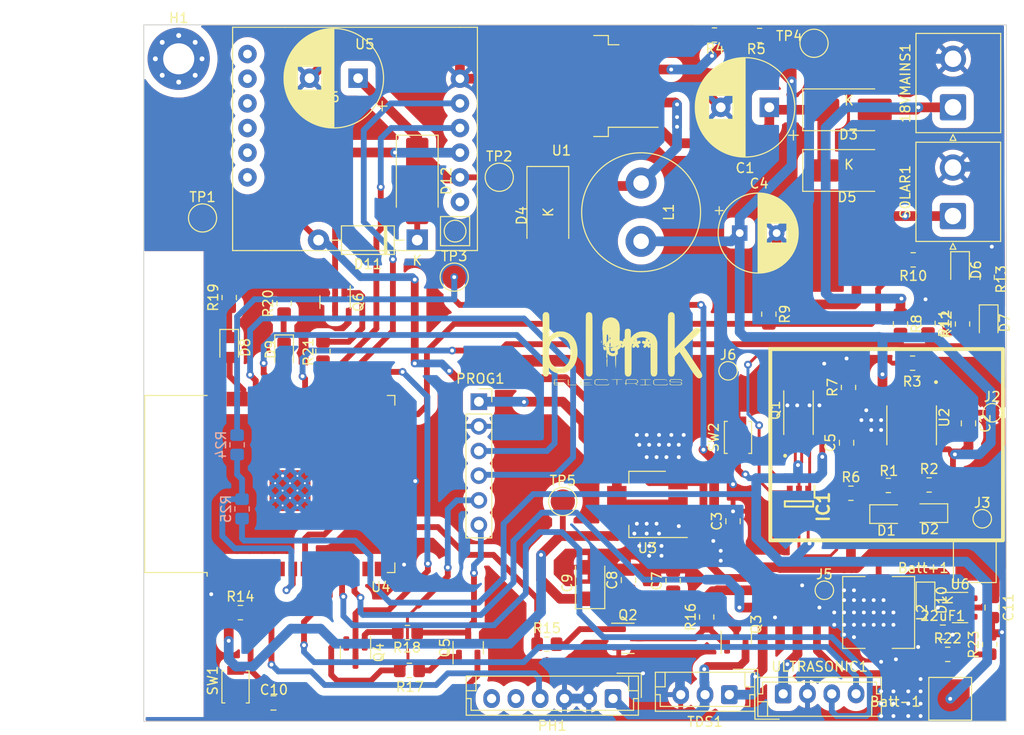
<source format=kicad_pcb>
(kicad_pcb (version 20221018) (generator pcbnew)
  (layers (0 "F.Cu" signal) (31 "B.Cu" signal) (34 "B.Paste" user) (35 "F.Paste" user) (36 "B.SilkS" user "B.Silkscreen") (37 "F.SilkS" user "F.Silkscreen") (38 "B.Mask" user) (39 "F.Mask" user) (44 "Edge.Cuts" user))
  (net 0 "")
  (net 1 "+ 18 V")
  (net 2 "GND")
  (net 3 "4.2")
  (net 4 "Net-(IC1-VDD)")
  (net 5 "5V")
  (net 6 "+3.3V")
  (net 7 "RESET")
  (net 8 "Net-(D1-K)")
  (net 9 "Net-(D2-K)")
  (net 10 "DC_Mains")
  (net 11 "Net-(D4-K)")
  (net 12 "DC_Solar")
  (net 13 "Net-(D6-K)")
  (net 14 "Solar_Voltage")
  (net 15 "Net-(D7-K)")
  (net 16 "Mains_Available")
  (net 17 "Net-(D8-K)")
  (net 18 "GREEN_LED")
  (net 19 "Net-(D9-K)")
  (net 20 "RED_LED")
  (net 21 "pwr")
  (net 22 "PH_Analog")
  (net 23 "Temp_Analog")
  (net 24 "Net-(IC1-OD)")
  (net 25 "Net-(IC1-CSI)")
  (net 26 "Net-(IC1-OC)")
  (net 28 "MCU_TX")
  (net 29 "MCU_RX")
  (net 30 "DTR")
  (net 31 "RTS")
  (net 32 "TurbidityAnalog")
  (net 33 "US_TX")
  (net 34 "US_RX")
  (net 37 "Net-(Q2-B)")
  (net 38 "Net-(Q2-C)")
  (net 39 "Net-(Q4-B)")
  (net 40 "GPIO0")
  (net 41 "Net-(Q5-B)")
  (net 42 "Net-(Q6-B)")
  (net 43 "SIM_RST")
  (net 44 "STDBY")
  (net 45 "CHRG")
  (net 46 "Net-(U2-PROG)")
  (net 47 "Net-(U1-FB)")
  (net 48 "Sen_pwr")
  (net 49 "SIM_RST_PIN")
  (net 52 "BT -VE")
  (net 64 "SIM_TX")
  (net 65 "SIM_RX")
  (net 76 "6V")
  (net 78 "Net-(D11-K)")
  (net 79 "4.0V")
  (net 80 "Net-(U6-FB)")
  (net 81 "BATERY VOLTAGE")
  (net 84 "Net-(D10-K)")
  (footprint "Package_TO_SOT_SMD:SOT-23" (layer "F.Cu") (at 94.4 119.9625 90)
    (fp_text reference "Q5")
    (fp_text value "BC817")
  )
  (footprint "Package_TO_SOT_SMD:SOT-23-6" (layer "F.Cu") (at 145.034 115.824)
    (fp_text reference "U6")
    (fp_text value "MT3608")
  )
  (footprint "Capacitor_THT:CP_Radial_D10.0mm_P5.00mm" (layer "F.Cu") (at 125.4 64.3 180)
    (fp_text reference "C1")
    (fp_text value "470uF")
  )
  (footprint "Connector_PinSocket_2.54mm:PinSocket_1x06_P2.54mm_Vertical" (layer "F.Cu") (at 95.5 94.62)
    (fp_text reference "PROG1")
    (fp_text value "Conn_01x06_Socket")
  )
  (footprint "Resistor_SMD:R_0805_2012Metric_Pad1.20x1.40mm_HandSolder" (layer "F.Cu") (at 88.35 122.3)
    (fp_text reference "R17")
    (fp_text value "10K")
  )
  (footprint "TestPoint:TestPoint_Pad_D1.5mm" (layer "F.Cu") (at 147.32 106.68)
    (fp_text reference "J3")
    (fp_text value "IN+")
  )
  (footprint "Package_TO_SOT_SMD:SOT-23" (layer "F.Cu") (at 82.8 120.4625 -90)
    (fp_text reference "Q4")
    (fp_text value "BC817")
  )
  (footprint "Package_TO_SOT_SMD:SOT-23" (layer "F.Cu") (at 122 118.9 90)
    (fp_text reference "Q3")
    (fp_text value "IRLML5203")
  )
  (footprint "Inductor_THT:L_Radial_D12.0mm_P6.00mm_Murata_1900R" (layer "F.Cu") (at 112.2 72.1 -90)
    (fp_text reference "L1")
    (fp_text value "33uH")
  )
  (footprint "LED_SMD:LED_0805_2012Metric_Pad1.15x1.40mm_HandSolder" (layer "F.Cu") (at 137.6 106.2)
    (fp_text reference "D1")
    (fp_text value "GREEN_LED")
  )
  (footprint "Capacitor_THT:CP_Radial_D8.0mm_P3.80mm" (layer "F.Cu") (at 122.35 77.25)
    (fp_text reference "C4")
    (fp_text value "220uF")
  )
  (footprint "Capacitor_Tantalum_SMD:CP_EIA-3528-15_AVX-H_Pad1.50x2.35mm_HandSolder" (layer "F.Cu") (at 106.95 113.3 90)
    (fp_text reference "C9")
    (fp_text value "220uF")
  )
  (footprint "blink logo:blink logo" (layer "F.Cu") (at 110.9 89.1)
    (fp_text reference "G***")
    (fp_text value "LOGO" hide)
  )
  (footprint "Diode_SMD:D_SMB_Handsoldering" (layer "F.Cu") (at 89.154 71.882 -90)
    (fp_text reference "D12")
    (fp_text value "1N5820")
  )
  (footprint "TestPoint:TestPoint_Pad_D2.5mm" (layer "F.Cu") (at 97.6 71.5)
    (fp_text reference "TP2")
    (fp_text value "TestPoint")
  )
  (footprint "MountingHole:MountingHole_3.2mm_M3_Pad_Via" (layer "F.Cu") (at 64.6 59.3)
    (fp_text reference "H1")
    (fp_text value "MountingHole_Pad")
  )
  (footprint "TP4056:SOP127P600X175-9N" (layer "F.Cu") (at 140.05 97.05 -90)
    (fp_text reference "U2")
    (fp_text value "TP4056")
  )
  (footprint "Capacitor_THT:CP_Radial_D10.0mm_P5.00mm" (layer "F.Cu") (at 83.067677 61.3 180)
    (fp_text reference "C6")
    (fp_text value "470uF")
  )
  (footprint "Resistor_SMD:R_0805_2012Metric_Pad1.20x1.40mm_HandSolder" (layer "F.Cu") (at 141.85 103.2)
    (fp_text reference "R2")
    (fp_text value "1K")
  )
  (footprint "Button_Switch_SMD:SW_SPST_B3U-1000P" (layer "F.Cu") (at 70.45 124 -90)
    (fp_text reference "SW1")
    (fp_text value "SW_MEC_5G")
  )
  (footprint "Resistor_SMD:R_0805_2012Metric_Pad1.20x1.40mm_HandSolder" (layer "F.Cu") (at 133.55 93.15 90)
    (fp_text reference "R7")
    (fp_text value "1K")
  )
  (footprint "KiCad:SOT95P280X135-6N" (layer "F.Cu") (at 128.45 105.15 -90)
    (fp_text reference "IC1")
    (fp_text value "DW01" hide)
  )
  (footprint "Capacitor_SMD:C_0805_2012Metric_Pad1.18x1.45mm_HandSolder" (layer "F.Cu") (at 74.35 125.65 180)
    (fp_text reference "C10")
    (fp_text value "0.1uF")
  )
  (footprint "Inductor_SMD:L_7.3x7.3_H3.5" (layer "F.Cu") (at 136.652 116.332 -90)
    (fp_text reference "L2")
    (fp_text value "220uH")
  )
  (footprint "Package_TO_SOT_SMD:TO-263-5_TabPin3" (layer "F.Cu") (at 104 62.1 180)
    (fp_text reference "U1")
    (fp_text value "LM2596S-ADJ")
  )
  (footprint "Resistor_SMD:R_0805_2012Metric_Pad1.20x1.40mm_HandSolder" (layer "F.Cu") (at 124.4 56.9)
    (fp_text reference "R5")
    (fp_text value "3.9k")
  )
  (footprint "Resistor_SMD:R_0805_2012Metric_Pad1.20x1.40mm_HandSolder" (layer "F.Cu") (at 141.732 86.55 -90)
    (fp_text reference "R11")
    (fp_text value "2.2 K")
  )
  (footprint "Connector_JST:JST_EH_B3B-EH-A_1x03_P2.50mm_Vertical" (layer "F.Cu") (at 121.28 124.8 180)
    (fp_text reference "TDS1")
    (fp_text value "Conn_01x03_Socket")
  )
  (footprint "Capacitor_SMD:C_0805_2012Metric_Pad1.18x1.45mm_HandSolder" (layer "F.Cu") (at 110.9 113 90)
    (fp_text reference "C8")
    (fp_text value "0.1uF")
  )
  (footprint "Connector_JST:JST_NV_B02P-NV_1x02_P5.00mm_Vertical" (layer "F.Cu") (at 144.3 75.5 90)
    (fp_text reference "S0LAR1")
    (fp_text value "Screw_Terminal_01x02")
  )
  (footprint "Resistor_SMD:R_0805_2012Metric_Pad1.20x1.40mm_HandSolder" (layer "F.Cu") (at 79.45 89.45 90)
    (fp_text reference "R21")
    (fp_text value "10K")
  )
  (footprint "LED_SMD:LED_0805_2012Metric_Pad1.15x1.40mm_HandSolder" (layer "F.Cu") (at 141.9 106.1 180)
    (fp_text reference "D2")
    (fp_text value "RED_LED")
  )
  (footprint "Resistor_SMD:R_0805_2012Metric_Pad1.20x1.40mm_HandSolder" (layer "F.Cu") (at 143.764 120.65)
    (fp_text reference "R22")
    (fp_text value "2.2k")
  )
  (footprint "Capacitor_SMD:C_0805_2012Metric_Pad1.18x1.45mm_HandSolder" (layer "F.Cu") (at 133.35 98.85 90)
    (fp_text reference "C5")
    (fp_text value "0.1uF")
  )
  (footprint "TestPoint:TestPoint_Pad_D1.5mm" (layer "F.Cu") (at 148.336 95.758)
    (fp_text reference "J2")
    (fp_text value "IN-")
  )
  (footprint "Resistor_SMD:R_0805_2012Metric_Pad1.20x1.40mm_HandSolder" (layer "F.Cu") (at 133.8 104.05)
    (fp_text reference "R6")
    (fp_text value "100")
  )
  (footprint "Diode_SMD:D_SMB_Handsoldering" (layer "F.Cu") (at 133.55 64.55)
    (fp_text reference "D3")
    (fp_text value "1N5820")
  )
  (footprint "Capacitor_SMD:C_0805_2012Metric_Pad1.18x1.45mm_HandSolder" (layer "F.Cu") (at 145.9 96.85 90)
    (fp_text reference "C2")
    (fp_text value "0.1uF")
  )
  (footprint "Capacitor_SMD:C_0805_2012Metric_Pad1.18x1.45mm_HandSolder" (layer "F.Cu") (at 121.666 106.934 90)
    (fp_text reference "C3")
    (fp_text value "0.1uF")
  )
  (footprint "Resistor_SMD:R_0805_2012Metric_Pad1.20x1.40mm_HandSolder" (layer "F.Cu") (at 118.95 116.8 90)
    (fp_text reference "R16")
    (fp_text value "100k")
  )
  (footprint "Connector_JST:JST_EH_B4B-EH-A_1x04_P2.50mm_Vertical" (layer "F.Cu") (at 126.826 124.714)
    (fp_text reference "ULTRASONIC1")
    (fp_text value "Conn_01x04_Pin")
  )
  (footprint "TestPoint:TestPoint_Pad_D2.5mm" (layer "F.Cu") (at 104.14 104.902)
    (fp_text reference "TP5")
    (fp_text value "TestPoint")
  )
  (footprint "Resistor_SMD:R_0805_2012Metric_Pad1.20x1.40mm_HandSolder" (layer "F.Cu") (at 137.65 103.25 180)
    (fp_text reference "R1")
    (fp_text value "1K")
  )
  (footprint "TestPoint:TestPoint_Pad_4.0x4.0mm" (layer "F.Cu") (at 146.55 111.05)
    (fp_text reference "Batt+1")
    (fp_text value "BatteryPositive")
  )
  (footprint "Diode_THT:D_DO-41_SOD81_P10.16mm_Horizontal" (layer "F.Cu") (at 89.154 77.978 180)
    (fp_text reference "D11")
    (fp_text value "1N4007")
  )
  (footprint "Capacitor_SMD:C_0805_2012Metric_Pad1.18x1.45mm_HandSolder" (layer "F.Cu") (at 143.256 118.364)
    (fp_text reference "22uF1")
    (fp_text value "C")
  )
  (footprint "Diode_SMD:D_SMB_Handsoldering" (layer "F.Cu") (at 133.55 70.8)
    (fp_text reference "D5")
    (fp_text value "1N5820")
  )
  (footprint "Resistor_SMD:R_0805_2012Metric_Pad1.20x1.40mm_HandSolder" (layer "F.Cu") (at 125.35 85.6 -90)
    (fp_text reference "R9")
    (fp_text value "10 K")
  )
  (footprint "Package_TO_SOT_SMD:SOT-23" (layer "F.Cu") (at 80.7 84.3625 -90)
    (fp_text reference "Q6")
    (fp_text value "BC817")
  )
  (footprint "Package_TO_SOT_SMD:SOT-223-3_TabPin2" (layer "F.Cu") (at 112.85 105.2 180)
    (fp_text reference "U3")
    (fp_text value "LM1117MP-3.3")
  )
  (footprint "Resistor_SMD:R_0805_2012Metric_Pad1.20x1.40mm_HandSolder" (layer "F.Cu") (at 145.288 86.614 90)
    (fp_text reference "R12")
    (fp_text value "2.2 K")
  )
  (footprint "Resistor_SMD:R_0805_2012Metric_Pad1.20x1.40mm_HandSolder" (layer "F.Cu") (at 102.5 119.6)
    (fp_text reference "R15")
    (fp_text value "10k")
  )
  (footprint "RF_Module:ESP32-WROOM-32" (layer "F.Cu") (at 76.97 103.1 90)
    (fp_text reference "U4")
    (fp_text value "ESP32-WROOM-32")
  )
  (footprint "TestPoint:TestPoint_Pad_D2.5mm" (layer "F.Cu") (at 130 57.7)
    (fp_text reference "TP4")
    (fp_text value "TestPoint")
  )
  (footprint "SIM800L-Core-Module-KiCad-Footprint-main:SIM800L-CORE" (layer "F.Cu") (at 93.55 74.05 180)
    (fp_text reference "U5")
    (fp_text value "SIM800L-CORE")
  )
  (footprint "Resistor_SMD:R_0805_2012Metric_Pad1.20x1.40mm_HandSolder" (layer "F.Cu") (at 148.082 119.634 90)
    (fp_text reference "R23")
    (fp_text value "300")
  )
  (footprint "LED_SMD:LED_0805_2012Metric_Pad1.15x1.40mm_HandSolder" (layer "F.Cu") (at 75.45 89.6 -90)
    (fp_text reference "D9")
    (fp_text value "RED_LED")
  )
  (footprint "Diode_SMD:D_0805_2012Metric_Pad1.15x1.40mm_HandSolder" (layer "F.Cu") (at 141.478 115.062 -90)
    (fp_text reference "D10")
    (fp_text value "1N5820")
  )
  (footprint "LED_SMD:LED_0805_2012Metric_Pad1.15x1.40mm_HandSolder" (layer "F.Cu") (at 69.8 89.0375 -90)
    (fp_text reference "D8")
    (fp_text value "GREEN_LED")
  )
  (footprint "Package_TO_SOT_SMD:SOT-23" (layer "F.Cu") (at 110.8375 119)
    (fp_text reference "Q2")
    (fp_text value "BC817")
  )
  (footprint "Resistor_SMD:R_0805_2012Metric_Pad1.20x1.40mm_HandSolder" (layer "F.Cu") (at 119.75 56.85)
    (fp_text reference "R4")
    (fp_text value "1K")
  )
  (footprint "Capacitor_SMD:C_0805_2012Metric_Pad1.18x1.45mm_HandSolder" (layer "F.Cu") (at 148.336 115.824 -90)
    (fp_text reference "C11")
    (fp_text value "22UF")
  )
  (footprint "Resistor_SMD:R_0805_2012Metric_Pad1.20x1.40mm_HandSolder" (layer "F.Cu") (at 88.15 118.4 180)
    (fp_text reference "R18")
    (fp_text value "10K")
  )
  (footprint "TestPoint:TestPoint_Pad_4.0x4.0mm" (layer "F.Cu") (at 144.018 125.222)
    (fp_text reference "Batt-1")
    (fp_text value "BatteryNegative")
  )
  (footprint "Diode_SMD:D_SMB_Handsoldering" (layer "F.Cu") (at 102.6 75.1 -90)
    (fp_text reference "D4")
    (fp_text value "1N5819")
  )
  (footprint "Resistor_SMD:R_0805_2012Metric_Pad1.20x1.40mm_HandSolder" (layer "F.Cu") (at 138.9 86.6 -90)
    (fp_text reference "R8")
    (fp_text value "10 K")
  )
  (footprint "Resistor_SMD:R_0805_2012Metric_Pad1.20x1.40mm_HandSolder" (layer "F.Cu") (at 75.45 84.5 90)
    (fp_text reference "R20")
    (fp_text value "1k")
  )
  (footprint "Capacitor_SMD:C_0805_2012Metric_Pad1.18x1.45mm_HandSolder" (layer "F.Cu") (at 115.5 113.1 90)
    (fp_text reference "C7")
    (fp_text value "0.1uF")
  )
  (footprint "TestPoint:TestPoint_Pad_D2.5mm" (layer "F.Cu") (at 92.964 81.788)
    (fp_text reference "TP3")
    (fp_text value "TestPoint")
  )
  (footprint "TestPoint:TestPoint_Pad_D1.5mm" (layer "F.Cu") (at 131.064 114.046)
    (fp_text reference "J5")
    (fp_text value "OUT +")
  )
  (footprint "TestPoint:TestPoint_Pad_D2.5mm" (layer "F.Cu") (at 67.056 75.692)
    (fp_text reference "TP1")
    (fp_text value "TestPoint")
  )
  (footprint "Resistor_SMD:R_0805_2012Metric_Pad1.20x1.40mm_HandSolder" (layer "F.Cu") (at 69.8 83.8875 90)
    (fp_text reference "R19")
    (fp_text value "1k")
  )
  (footprint "Resistor_SMD:R_0805_2012Metric_Pad1.20x1.40mm_HandSolder" (layer "F.Cu") (at 70.95 116.35)
    (fp_text reference "R14")
    (fp_text value "100K")
  )
  (footprint "Connector_JST:JST_EH_B6B-EH-A_1x06_P2.50mm_Vertical" (layer "F.Cu") (at 109.31 125.2 180)
    (fp_text reference "PH1")
    (fp_text value "Conn_01x06_Socket")
  )
  (footprint "Button_Switch_SMD:SW_SPST_B3U-1000P" (layer "F.Cu") (at 122.174 98.298 90)
    (fp_text reference "SW2")
    (fp_text value "SW_MEC_5G")
  )
  (footprint "Resistor_SMD:R_0805_2012Metric_Pad1.20x1.40mm_HandSolder" (layer "F.Cu") (at 140.208 80.01 180)
    (fp_text reference "R10")
    (fp_text value "1k")
  )
  (footprint "Resistor_SMD:R_0805_2012Metric_Pad1.20x1.40mm_HandSolder" (layer "F.Cu") (at 140.15 90.65)
    (fp_text reference "R3")
    (fp_text value "1.2K")
  )
  (footprint "Resistor_SMD:R_0805_2012Metric_Pad1.20x1.40mm_HandSolder" (layer "F.Cu") (at 147.828 81.8115 90)
    (fp_text reference "R13")
    (fp_text value "1k")
  )
  (footprint "LED_SMD:LED_0805_2012Metric_Pad1.15x1.40mm_HandSolder" (layer "F.Cu") (at 147.978 86.5115 -90)
    (fp_text reference "D7")
    (fp_text value "RED_LED")
  )
  (footprint "TestPoint:TestPoint_Pad_D1.5mm" (layer "F.Cu") (at 121.158 91.44)
    (fp_text reference "J6")
    (fp_text value "OUT -")
  )
  (footprint "Connector_JST:JST_NV_B02P-NV_1x02_P5.00mm_Vertical" (layer "F.Cu") (at 144.305 64.295 90)
    (fp_text reference "18VMAINS1")
    (fp_text value "Screw_Terminal_01x02")
  )
  (footprint "LED_SMD:LED_0805_2012Metric_Pad1.15x1.40mm_HandSolder" (layer "F.Cu") (at 145.034 81.026 -90)
    (fp_text reference "D6")
    (fp_text value "GREEN_LED")
  )
  (footprint "FS8205A:SOP65P640X120-8N" (layer "F.Cu") (at 128.4 95.7475 90)
    (fp_text reference "Q1")
    (fp_text value "FS8205A")
  )
  (footprint "Resistor_SMD:R_0805_2012Metric_Pad1.20x1.40mm_HandSolder" (layer "B.Cu") (at 70.612 99.06 -90)
    (fp_text reference "R24")
    (fp_text value "120k")
  )
  (footprint "Resistor_SMD:R_0805_2012Metric_Pad1.20x1.40mm_HandSolder" (layer "B.Cu") (at 71.12 105.664 -90)
    (fp_text reference "R25")
    (fp_text value "440k")
  )
  (gr_rect (start 125.5 89.2) (end 149.45 108.9) (stroke (width 0.4)) (fill none) (layer "F.SilkS"))
  (gr_rect (start 61 55.8) (end 149.8 127.55) (stroke (width 0.1)) (fill none) (layer "Edge.Cuts"))
  (segment (start 130.85 64.55) (end 130.85 70.8) (width 1) (layer "F.Cu") (net 1))
  (segment (start 111.65 65.5) (end 113.1 65.5) (width 1) (layer "F.Cu") (net 1))
  (segment (start 123.6 68) (end 115.6 68) (width 1) (layer "F.Cu") (net 1))
  (segment (start 113.1 65.5) (end 115.6 68) (width 1) (layer "F.Cu") (net 1))
  (segment (start 125.4 66.2) (end 123.6 68) (width 1) (layer "F.Cu") (net 1))
  (segment (start 125.65 64.55) (end 125.4 64.3) (width 1) (layer "F.Cu") (net 1))
  (segment (start 125.4 64.3) (end 125.4 66.2) (width 1) (layer "F.Cu") (net 1))
  (segment (start 130.85 64.55) (end 125.65 64.55) (width 1) (layer "F.Cu") (net 1))
  (segment (start 128.05 90.95) (end 128.125 90.875) (width 0.3) (layer "F.Cu") (net 2))
  (segment (start 124.9 90.95) (end 128.05 90.95) (width 1) (layer "F.Cu") (net 2))
  (segment (start 107.7 82.9) (end 122.3 82.9) (width 1) (layer "F.Cu") (net 2))
  (segment (start 120.4 64.3) (end 116.95 60.85) (width 1) (layer "F.Cu") (net 2))
  (segment (start 128.075 92.8675) (end 128.075 91.275) (width 0.3) (layer "F.Cu") (net 2))
  (segment (start 148.336 95.758) (end 145.9545 95.758) (width 0.6) (layer "F.Cu") (net 2))
  (segment (start 128.075 91.275) (end 128.1 91.25) (width 0.3) (layer "F.Cu") (net 2))
  (segment (start 148.082 118.634) (end 148.352 118.364) (width 0.6) (layer "F.Cu") (net 2))
  (segment (start 82.067677 57.3) (end 91.1 57.3) (width 1) (layer "F.Cu") (net 2))
  (segment (start 126.15 79.05) (end 126.15 77.25) (width 1) (layer "F.Cu") (net 2))
  (segment (start 122.3 82.9) (end 126.15 79.05) (width 1) (layer "F.Cu") (net 2))
  (segment (start 142.748 115.824) (end 143.8965 115.824) (width 0.6) (layer "F.Cu") (net 2))
  (segment (start 75.525 83.425) (end 79.7 83.425) (width 1) (layer "F.Cu") (net 2))
  (segment (start 128.125 90.875) (end 128.725 90.875) (width 0.3) (layer "F.Cu") (net 2))
  (segment (start 128.725 90.875) (end 128.725 92.8675) (width 0.3) (layer "F.Cu") (net 2))
  (segment (start 107.7 62.1) (end 104.925 64.875) (width 1) (layer "F.Cu") (net 2))
  (segment (start 111.65 58.7) (end 116.9 58.7) (width 1) (layer "F.Cu") (net 2))
  (segment (start 139.415 94.575) (end 139.415 96.415) (width 0.6) (layer "F.Cu") (net 2))
  (segment (start 148.3 80.3395) (end 147.828 80.8115) (width 1) (layer "F.Cu") (net 2))
  (segment (start 91.1 57.3) (end 93.55 59.75) (width 1) (layer "F.Cu") (net 2))
  (segment (start 139.415 90.915) (end 139.15 90.65) (width 0.6) (layer "F.Cu") (net 2))
  (segment (start 106.95 111.675) (end 107.075 111.8) (width 1) (layer "F.Cu") (net 2))
  (segment (start 93.55 59.75) (end 93.55 61.35) (width 1) (layer "F.Cu") (net 2))
  (segment (start 116.95 60.85) (end 116.95 58.65) (width 1) (layer "F.Cu") (net 2))
  (segment (start 139.415 94.575) (end 139.415 90.915) (width 0.6) (layer "F.Cu") (net 2))
  (segment (start 148.3 78.65) (end 148.3 80.3395) (width 1) (layer "F.Cu") (net 2))
  (segment (start 139.415 96.415) (end 140.05 97.05) (width 0.6) (layer "F.Cu") (net 2))
  (segment (start 98.05 61.35) (end 100.075 59.325) (width 1) (layer "F.Cu") (net 2))
  (segment (start 145.9545 95.758) (end 145.9 95.8125) (width 0.6) (layer "F.Cu") (net 2))
  (segment (start 116 111.0375) (end 115.2375 111.8) (width 1) (layer "F.Cu") (net 2))
  (segment (start 74.8375 82.8875) (end 75.45 83.5) (width 1) (layer "F.Cu") (net 2))
  (segment (start 148.336 118.38) (end 148.082 118.634) (width 0.6) (layer "F.Cu") (net 2))
  (segment (start 111.5 111.8) (end 115.2375 111.8) (width 1) (layer "F.Cu") (net 2))
  (segment (start 75.45 83.5) (end 75.525 83.425) (width 1) (layer "F.Cu") (net 2))
  (segment (start 93.55 61.35) (end 98.05 61.35) (width 1) (layer "F.Cu") (net 2))
  (segment (start 116.078 107.442) (end 116 111.0375) (width 1) (layer "F.Cu") (net 2))
  (segment (start 116 107.5) (end 116.078 107.442) (width 1) (layer "F.Cu") (net 2))
  (segment (start 116.9 58.7) (end 116.95 58.65) (width 1) (layer "F.Cu") (net 2))
  (segment (start 86.48 110.08) (end 87.8 111.4) (width 1) (layer "F.Cu") (net 2))
  (segment (start 122.5 93.35) (end 121.158 93.35) (width 1) (layer "F.Cu") (net 2))
  (segment (start 69.8 82.8875) (end 74.8375 82.8875) (width 1) (layer "F.Cu") (net 2))
  (segment (start 115.2375 111.8) (end 115.5 112.0625) (width 1) (layer "F.Cu") (net 2))
  (segment (start 148.336 116.8615) (end 148.336 118.38) (width 0.6) (layer "F.Cu") (net 2))
  (segment (start 116.95 58.65) (end 118.75 56.85) (width 1) (layer "F.Cu") (net 2))
  (segment (start 78.067677 61.3) (end 82.067677 57.3) (width 1) (layer "F.Cu") (net 2))
  (segment (start 121.158 91.44) (end 121.158 93.35) (width 0.6) (layer "F.Cu") (net 2))
  (segment (start 102.6 77.8) (end 107.7 82.9) (width 1) (layer "F.Cu") (net 2))
  (segment (start 143.86 58.85) (end 144.305 59.295) (width 1) (layer "F.Cu") (net 2))
  (segment (start 111.65 62.1) (end 107.7 62.1) (width 1) (layer "F.Cu") (net 2))
  (segment (start 86.48 108.81) (end 86.48 110.08) (width 1) (layer "F.Cu") (net 2))
  (segment (start 105.55 58.7) (end 104.925 59.325) (width 1) (layer "F.Cu") (net 2))
  (segment (start 128.05 91.2) (end 128.05 90.95) (width 0.3) (layer "F.Cu") (net 2))
  (segment (start 107.075 111.8) (end 111.5 111.8) (width 1) (layer "F.Cu") (net 2))
  (segment (start 122.5 93.35) (end 124.9 90.95) (width 1) (layer "F.Cu") (net 2))
  (segment (start 111.65 58.7) (end 105.55 58.7) (width 1) (layer "F.Cu") (net 2))
  (segment (start 148.352 118.364) (end 149.352 118.364) (width 0.6) (layer "F.Cu") (net 2))
  (via (at 136.906 97.536) (size 0.8) (drill 0.4) (layers "F.Cu" "B.Cu") (net 2))
  (via (at 136.906 125.73) (size 0.8) (drill 0.4) (layers "F.Cu" "B.Cu") (net 2))
  (via (at 115.062 99.06) (size 0.8) (drill 0.4) (layers "F.Cu" "B.Cu") (net 2))
  (via (at 111.506 108.204) (size 0.8) (drill 0.4) (layers "F.Cu" "B.Cu") (net 2))
  (via (at 136.906 121.412) (size 0.8) (drill 0.4) (layers "F.Cu" "B.Cu") (net 2))
  (via (at 114.046 108.204) (size 0.8) (drill 0.4) (layers "F.Cu" "B.Cu") (net 2))
  (via (at 67.95 114.45) (size 0.8) (drill 0.4) (layers "F.Cu" "B.Cu") (net 2))
  (via (at 112.776 98.044) (size 0.8) (drill 0.4) (layers "F.Cu" "B.Cu") (net 2))
  (via (at 135.128 115.062) (size 0.8) (drill 0.4) (layers "F.Cu" "B.Cu") (net 2))
  (via (at 133.35 90.17) (size 0.8) (drill 0.4) (layers "F.Cu" "B.Cu") (net 2))
  (via (at 136.144 117.602) (size 0.8) (drill 0.4) (layers "F.Cu" "B.Cu") (net 2))
  (via (at 139.7 124.46) (size 0.8) (drill 0.4) (layers "F.Cu" "B.Cu") (net 2))
  (via (at 120.396 110.998) (size 0.8) (drill 0.4) (layers "F.Cu" "B.Cu") (net 2))
  (via (at 113.03 110.49) (size 0.8) (drill 0.4) (layers "F.Cu" "B.Cu") (net 2))
  (via (at 133.096 117.602) (size 0.8) (drill 0.4) (layers "F.Cu" "B.Cu") (net 2))
  (via (at 116.078 107.442) (size 0.8) (drill 0.4) (layers "F.Cu" "B.Cu") (net 2))
  (via (at 133.096 114.046) (size 0.8) (drill 0.4) (layers "F.Cu" "B.Cu") (net 2))
  (via (at 87.8 111.4) (size 0.8) (drill 0.4) (layers "F.Cu" "B.Cu") (net 2))
  (via (at 114.3 109.474) (size 0.8) (drill 0.4) (layers "F.Cu" "B.Cu") (net 2))
  (via (at 140.97 123.19) (size 0.8) (drill 0.4) (layers "F.Cu" "B.Cu") (net 2))
  (via (at 134.874 96.52) (size 0.8) (drill 0.4) (layers "F.Cu" "B.Cu") (net 2))
  (via (at 130.556 115.824) (size 0.8) (drill 0.4) (layers "F.Cu" "B.Cu") (net 2))
  (via (at 140.97 124.46) (size 0.8) (drill 0.4) (layers "F.Cu" "B.Cu") (net 2))
  (via (at 116.078 99.06) (size 0.8) (drill 0.4) (layers "F.Cu" "B.Cu") (net 2))
  (via (at 137.16 116.332) (size 0.8) (drill 0.4) (layers "F.Cu" "B.Cu") (net 2))
  (via (at 141.478 84.074) (size 0.8) (drill 0.4) (layers "F.Cu" "B.Cu") (net 2))
  (via (at 88.95 102.8) (size 0.8) (drill 0.4) (layers "F.Cu" "B.Cu") (net 2))
  (via (at 121.666 103.124) (size 0.8) (drill 0.4) (layers "F.Cu" "B.Cu") (net 2))
  (via (at 136.906 96.52) (size 0.8) (drill 0.4) (layers "F.Cu" "B.Cu") (net 2))
  (via (at 116.078 100.33) (size 0.8) (drill 0.4) (layers "F.Cu" "B.Cu") (net 2))
  (via (at 136.906 127) (size 0.8) (drill 0.4) (layers "F.Cu" "B.Cu") (net 2))
  (via (at 128.778 113.538) (size 0.8) (drill 0.4) (layers "F.Cu" "B.Cu") (net 2))
  (via (at 133.096 115.062) (size 0.8) (drill 0.4) (layers "F.Cu" "B.Cu") (net 2))
  (via (at 138.176 116.332) (size 0.8) (drill 0.4) (layers "F.Cu" "B.Cu") (net 2))
  (via (at 128.27 94.996) (size 0.8) (drill 0.4) (layers "F.Cu" "B.Cu") (net 2))
  (via (at 121.666 105.918) (size 0.8) (drill 0.4) (layers "F.Cu" "B.Cu") (net 2))
  (via (at 134.112 117.602) (size 0.8) (drill 0.4) (layers "F.Cu" "B.Cu") (net 2))
  (via (at 131.05 90.7) (size 0.8) (drill 0.4) (layers "F.Cu" "B.Cu") (net 2))
  (via (at 134.112 116.332) (size 0.8) (drill 0.4) (layers "F.Cu" "B.Cu") (net 2))
  (via (at 112.776 108.204) (size 0.8) (drill 0.4) (layers "F.Cu" "B.Cu") (net 2))
  (via (at 129.54 94.996) (size 0.8) (drill 0.4) (layers "F.Cu" "B.Cu") (net 2))
  (via (at 113.792 107.188) (size 0.8) (drill 0.4) (layers "F.Cu" "B.Cu") (net 2))
  (via (at 116.586 98.044) (size 0.8) (drill 0.4) (layers "F.Cu" "B.Cu") (net 2))
  (via (at 140.97 127) (size 0.8) (drill 0.4) (layers "F.Cu" "B.Cu") (net 2))
  (via (at 137.16 115.062) (size 0.8) (drill 0.4) (layers "F.Cu" "B.Cu") (net 2))
  (via (at 112.776 107.188) (size 0.8) (drill 0.4) (layers "F.Cu" "B.Cu") (net 2))
  (via (at 149.352 118.364) (size 0.8) (drill 0.4) (layers "F.Cu" "B.Cu") (net 2))
  (via (at 134.112 118.872) (size 0.8) (drill 0.4) (layers "F.Cu" "B.Cu") (net 2))
  (via (at 111.76 98.044) (size 0.8) (drill 0.4) (layers "F.Cu" "B.Cu") (net 2))
  (via (at 111.76 107.188) (size 0.8) (drill 0.4) (layers "F.Cu" "B.Cu") (net 2))
  (via (at 132.08 117.602) (size 0.8) (drill 0.4) (layers "F.Cu" "B.Cu") (net 2))
  (via (at 119.634 108.966) (size 0.8) (drill 0.4) (layers "F.Cu" "B.Cu") (net 2))
  (via (at 133.096 116.332) (size 0.8) (drill 0.4) (layers "F.Cu" "B.Cu") (net 2))
  (via (at 112.014 99.06) (size 0.8) (drill 0.4) (layers "F.Cu" "B.Cu") (net 2))
  (via (at 135.128 116.332) (size 0.8) (drill 0.4) (layers "F.Cu" "B.Cu") (net 2))
  (via (at 135.89 97.536) (size 0.8) (drill 0.4) (layers "F.Cu" "B.Cu") (net 2))
  (via (at 114.046 99.06) (size 0.8) (drill 0.4) (layers "F.Cu" "B.Cu") (net 2))
  (via (at 134.112 115.062) (size 0.8) (drill 0.4) (layers "F.Cu" "B.Cu") (net 2))
  (via (at 114.046 98.044) (size 0.8) (drill 0.4) (layers "F.Cu" "B.Cu") (net 2))
  (via (at 135.128 117.602) (size 0.8) (drill 0.4) (layers "F.Cu" "B.Cu") (net 2))
  (via (at 112.776 100.33) (size 0.8) (drill 0.4) (layers "F.Cu" "B.Cu") (net 2))
  (via (at 114.3 110.49) (size 0.8) (drill 0.4) (layers "F.Cu" "B.Cu") (net 2))
  (via (at 148.3 78.65) (size 0.8) (drill 0.4) (layers "F.Cu" "B.Cu") (net 2))
  (via (at 136.144 115.062) (size 0.8) (drill 0.4) (layers "F.Cu" "B.Cu") (net 2))
  (via (at 112.4 122.6) (size 0.8) (drill 0.4) (layers "F.Cu" "B.Cu") (net 2))
  (via (at 136.144 116.332) (size 0.8) (drill 0.4) (layers "F.Cu" "B.Cu") (net 2))
  (via (at 130.556 94.996) (size 0.8) (drill 0.4) (layers "F.Cu" "B.Cu") (net 2))
  (via (at 112.014 109.474) (size 0.8) (drill 0.4) (layers "F.Cu" "B.Cu") (net 2))
  (via (at 139.7 127) (size 0.8) (drill 0.4) (layers "F.Cu" "B.Cu") (net 2))
  (via (at 113.03 99.06) (size 0.8) (drill 0.4) (layers "F.Cu" "B.Cu") (net 2))
  (via (at 140.97 125.73) (size 0.8) (drill 0.4) (layers "F.Cu" "B.Cu") (net 2))
  (via (at 144.272 118.618) (size 0.8) (drill 0.4) (layers "F.Cu" "B.Cu") (net 2))
  (via (at 113.792 100.33) (size 0.8) (drill 0.4) (layers "F.Cu" "B.Cu") (net 2))
  (via (at 140.716 119.888) (size 0.8) (drill 0.4) (layers "F.Cu" "B.Cu") (net 2))
  (via (at 138.176 124.46) (size 0.8) (drill 0.4) (layers "F.Cu" "B.Cu") (net 2))
  (via (at 120.396 109.982) (size 0.8) (drill 0.4) (layers "F.Cu" "B.Cu") (net 2))
  (via (at 136.906 124.46) (size 0.8) (drill 0.4) (layers "F.Cu" "B.Cu") (net 2))
  (via (at 134.112 114.046) (size 0.8) (drill 0.4) (layers "F.Cu" "B.Cu") (net 2))
  (via (at 125.984 116.84) (size 0.8) (drill 0.4) (layers "F.Cu" "B.Cu") (net 2))
  (via (at 135.89 96.52) (size 0.8) (drill 0.4) (layers "F.Cu" "B.Cu") (net 2))
  (via (at 113.03 109.474) (size 0.8) (drill 0.4) (layers "F.Cu" "B.Cu") (net 2))
  (via (at 114.808 100.33) (size 0.8) (drill 0.4) (layers "F.Cu" "B.Cu") (net 2))
  (via (at 127.254 94.996) (size 0.8) (drill 0.4) (layers "F.Cu" "B.Cu") (net 2))
  (via (at 142.748 115.824) (size 0.8) (drill 0.4) (layers "F.Cu" "B.Cu") (net 2))
  (via (at 138.176 117.602) (size 0.8) (drill 0.4) (layers "F.Cu" "B.Cu") (net 2))
  (via (at 139.7 125.73) (size 0.8) (drill 0.4) (layers "F.Cu" "B.Cu") (net 2))
  (via (at 137.16 117.602) (size 0.8) (drill 0.4) (layers "F.Cu" "B.Cu") (net 2))
  (via (at 115.316 98.044) (size 0.8) (drill 0.4) (layers "F.Cu" "B.Cu") (net 2))
  (via (at 138.43 121.158) (size 0.8) (drill 0.4) (layers "F.Cu" "B.Cu") (net 2))
  (via (at 133.096 118.618) (size 0.8) (drill 0.4) (layers "F.Cu" "B.Cu") (net 2))
  (via (at 138.176 125.73) (size 0.8) (drill 0.4) (layers "F.Cu" "B.Cu") (net 2))
  (via (at 135.382 95.504) (size 0.8) (drill 0.4) (layers "F.Cu" "B.Cu") (net 2))
  (via (at 132.08 116.332) (size 0.8) (drill 0.4) (layers "F.Cu" "B.Cu") (net 2))
  (via (at 138.176 127) (size 0.8) (drill 0.4) (layers "F.Cu" "B.Cu") (net 2))
  (segment (start 129.5 59.295) (end 144.305 59.295) (width 1) (layer "B.Cu") (net 2))
  (segment (start 144.3 70.42) (end 146.72 70.42) (width 1) (layer "B.Cu") (net 2))
  (segment (start 108.167919 122.6) (end 115.75 122.6) (width 1) (layer "B.Cu") (net 2))
  (segment (start 106.77 123.997919) (end 108.167919 122.6) (width 1) (layer "B.Cu") (net 2))
  (segment (start 87.8 111.4) (end 88.95 110.25) (width 0.3) (layer "B.Cu") (net 2))
  (segment (start 104.23 125.2) (end 106.77 125.2) (width 1) (layer "B.Cu") (net 2))
  (segment (start 147.95 71.65) (end 147.95 78.3) (width 1) (layer "B.Cu") (net 2))
  (segment (start 88.95 110.25) (end 88.95 102.8) (width 0.3) (layer "B.Cu") (net 2))
  (segment (start 120.4 64.3) (end 125.405 59.295) (width 1) (layer "B.Cu") (net 2))
  (segment (start 115.75 122.6) (end 116.2 123.05) (width 1) (layer "B.Cu") (net 2))
  (segment (start 126.15 77.25) (end 129.5 73.9) (width 1) (layer "B.Cu") (net 2))
  (segment (start 116.2 123.05) (end 116.2 124.8) (width 1) (layer "B.Cu") (net 2))
  (segment (start 147.95 78.3) (end 148.3 78.65) (width 1) (layer "B.Cu") (net 2))
  (segment (start 129.5 73.9) (end 129.5 59.295) (width 1) (layer "B.Cu") (net 2))
  (segment (start 106.77 125.2) (end 106.77 123.997919) (width 1) (layer "B.Cu") (net 2))
  (segment (start 125.405 59.295) (end 129.5 59.295) (width 1) (layer "B.Cu") (net 2))
  (segment (start 146.72 70.42) (end 147.95 71.65) (width 1) (layer "B.Cu") (net 2))
  (segment (start 121.666 110.236) (end 121.666 107.9715) (width 1) (layer "F.Cu") (net 3))
  (segment (start 133.858 111.862) (end 134.264 111.862) (width 0.6) (layer "F.Cu") (net 3))
  (segment (start 146.1715 115.824) (end 147.2985 115.824) (width 0.6) (layer "F.Cu") (net 3))
  (segment (start 93.540001 84.650001) (end 118.364 84.650001) (width 0.6) (layer "F.Cu") (net 3))
  (segment (start 133.8 106.7) (end 134.8 105.7) (width 1) (layer "F.Cu") (net 3))
  (segment (start 148.59 112.776) (end 148.59 114.5325) (width 1) (layer "F.Cu") (net 3))
  (segment (start 92.964 84.074) (end 93.540001 84.650001) (width 0.6) (layer "F.Cu") (net 3))
  (segment (start 131.064 112.014) (end 130.81 111.76) (width 0.6) (layer "F.Cu") (net 3))
  (segment (start 92.964 81.788) (end 92.964 84.074) (width 0.6) (layer "F.Cu") (net 3))
  (segment (start 120.4175 107.9715) (end 119.718 107.272) (width 1) (layer "F.Cu") (net 3))
  (segment (start 134.264 111.862) (end 134.366 111.76) (width 0.6) (layer "F.Cu") (net 3))
  (segment (start 136.652 110.49) (end 136.906 110.236) (width 0.6) (layer "F.Cu") (net 3))
  (segment (start 126.439634 111.676) (end 123.106 111.676) (width 1) (layer "F.Cu") (net 3))
  (segment (start 133.858 111.76) (end 133.8 111.702) (width 1) (layer "F.Cu") (net 3))
  (segment (start 133.10939 111.76) (end 130.81 111.76) (width 1) (layer "F.Cu") (net 3))
  (segment (start 119.718 107.272) (end 119.718 100.668) (width 1) (layer "F.Cu") (net 3))
  (segment (start 133.8 111.702) (end 133.8 106.7) (width 1) (layer "F.Cu") (net 3))
  (segment (start 146.55 111.05) (end 146.864 111.05) (width 1) (layer "F.Cu") (net 3))
  (segment (start 130.8 111.75) (end 126.513634 111.75) (width 1) (layer "F.Cu") (net 3))
  (segment (start 148.59 114.5325) (end 148.336 114.7865) (width 1) (layer "F.Cu") (net 3))
  (segment (start 146.55 111.05) (end 145.736 110.236) (width 1) (layer "F.Cu") (net 3))
  (segment (start 136.652 113.132) (end 136.652 110.49) (width 0.6) (layer "F.Cu") (net 3))
  (segment (start 130.81 111.76) (end 130.8 111.75) (width 1) (layer "F.Cu") (net 3))
  (segment (start 123.106 111.676) (end 121.666 110.236) (width 1) (layer "F.Cu") (net 3))
  (segment (start 134.366 111.76) (end 133.10939 111.76) (width 1) (layer "F.Cu") (net 3))
  (segment (start 135.3 101.75) (end 135.3 100.45) (width 1) (layer "F.Cu") (net 3))
  (segment (start 134.8 105.7) (end 134.8 102.25) (width 1) (layer "F.Cu") (net 3))
  (segment (start 135.3 100.45) (end 136.225 99.525) (width 1) (layer "F.Cu") (net 3))
  (segment (start 133.10939 111.76) (end 133.099391 111.750001) (width 1) (layer "F.Cu") (net 3))
  (segment (start 134.8 102.25) (end 135.3 101.75) (width 1) (layer "F.Cu") (net 3))
  (segment (start 126.513634 111.75) (end 126.439634 111.676) (width 1) (layer "F.Cu") (net 3))
  (segment (start 136.906 110.236) (end 135.89 110.236) (width 1) (layer "F.Cu") (net 3))
  (segment (start 119.718 100.668) (end 118.618 99.568) (width 1) (layer "F.Cu") (net 3))
  (segment (start 146.864 111.05) (end 148.59 112.776) (width 1) (layer "F.Cu") (net 3))
  (segment (start 131.064 114.046) (end 131.064 112.014) (width 0.6) (layer "F.Cu") (net 3))
  (segment (start 121.666 107.9715) (end 120.4175 107.9715) (width 1) (layer "F.Cu") (net 3))
  (segment (start 135.89 110.236) (end 134.366 111.76) (width 1) (layer "F.Cu") (net 3))
  (segment (start 145.736 110.236) (end 136.906 110.236) (width 1) (layer "F.Cu") (net 3))
  (segment (start 147.2985 115.824) (end 148.336 114.7865) (width 0.6) (layer "F.Cu") (net 3))
  (segment (start 136.225 99.525) (end 138.145 99.525) (width 1) (layer "F.Cu") (net 3))
  (via (at 118.618 99.568) (size 0.8) (drill 0.4) (layers "F.Cu" "B.Cu") (net 3))
  (via (at 92.964 81.788) (size 0.8) (drill 0.4) (layers "F.Cu" "B.Cu") (net 3))
  (via (at 118.364 84.650001) (size 0.8) (drill 0.4) (layers "F.Cu" "B.Cu") (net 3))
  (segment (start 92.964 81.788) (end 92.964 84.074) (width 0.6) (layer "B.Cu") (net 3))
  (segment (start 72.39 84.074) (end 70.612 85.852) (width 0.6) (layer "B.Cu") (net 3))
  (segment (start 118.618 84.904001) (end 118.618 99.568) (width 0.6) (layer "B.Cu") (net 3))
  (segment (start 118.364 84.650001) (end 118.618 84.904001) (width 0.6) (layer "B.Cu") (net 3))
  (segment (start 92.964 84.074) (end 72.39 84.074) (width 0.6) (layer "B.Cu") (net 3))
  (segment (start 70.612 85.852) (end 70.612 98.06) (width 0.6) (layer "B.Cu") (net 3))
  (segment (start 128.778 110.49) (end 128.45 110.162) (width 0.3) (layer "F.Cu") (net 4))
  (segment (start 132.8 105.35) (end 132.334 105.816) (width 0.3) (layer "F.Cu") (net 4))
  (segment (start 132.334 109.866) (end 131.71 110.49) (width 0.3) (layer "F.Cu") (net 4))
  (segment (start 132.8 104.05) (end 132.7 103.95) (width 0.6) (layer "F.Cu") (net 4))
  (segment (start 132.8 104.05) (end 132.8 105.35) (width 0.3) (layer "F.Cu") (net 4))
  (segment (start 133.35 101.35) (end 133.35 100.2875) (width 0.6) (layer "F.Cu") (net 4))
  (segment (start 128.45 110.162) (end 128.45 106.4) (width 0.3) (layer "F.Cu") (net 4))
  (segment (start 133.35 100.2875) (end 133.75 99.8875) (width 0.6) (layer "F.Cu") (net 4))
  (segment (start 132.334 105.816) (end 132.334 109.866) (width 0.3) (layer "F.Cu") (net 4))
  (segment (start 131.71 110.49) (end 128.778 110.49) (width 0.3) (layer "F.Cu") (net 4))
  (segment (start 132.7 102) (end 133.35 101.35) (width 0.6) (layer "F.Cu") (net 4))
  (segment (start 132.7 103.95) (end 132.7 102) (width 0.6) (layer "F.Cu") (net 4))
  (segment (start 139.446 122.682) (end 132.715 122.682) (width 0.8) (layer "F.Cu") (net 5))
  (segment (start 104.394 92.202) (end 93.218 92.202) (width 0.8) (layer "F.Cu") (net 5))
  (segment (start 76.708 75.692) (end 78.994 77.978) (width 0.6) (layer "F.Cu") (net 5))
  (segment (start 130.302 117.094) (end 125.984 112.776) (width 0.8) (layer "F.Cu") (net 5))
  (segment (start 118.394 102.9) (end 116 102.9) (width 0.8) (layer "F.Cu") (net 5))
  (segment (start 118.618 110.744) (end 118.618 103.124) (width 0.8) (layer "F.Cu") (net 5))
  (segment (start 88.9 82.042) (end 88.9 90.678) (width 0.8) (layer "F.Cu") (net 5))
  (segment (start 142.2185 118.364) (end 141.9645 118.618) (width 0.6) (layer "F.Cu") (net 5))
  (segment (start 120.65 112.776) (end 118.618 110.744) (width 0.8) (layer "F.Cu") (net 5))
  (segment (start 107.696 97.536) (end 107.442 97.536) (width 0.6) (layer "F.Cu") (net 5))
  (segment (start 142.2185 120.1045) (end 142.764 120.65) (width 0.6) (layer "F.Cu") (net 5))
  (segment (start 107.442 97.536) (end 107.442 95.25) (width 0.8) (layer "F.Cu") (net 5))
  (segment (start 125.984 112.776) (end 120.65 112.776) (width 0.8) (layer "F.Cu") (net 5))
  (segment (start 93.218 92.202) (end 92.456 91.44) (width 0.8) (layer "F.Cu") (net 5))
  (segment (start 142.2185 118.364) (end 142.2185 120.1045) (width 0.6) (layer "F.Cu") (net 5))
  (segment (start 113.06 102.9) (end 107.696 97.536) (width 0.8) (layer "F.Cu") (net 5))
  (segment (start 130.302 120.269) (end 130.302 117.094) (width 0.8) (layer "F.Cu") (net 5))
  (segment (start 107.442 95.25) (end 104.394 92.202) (width 0.8) (layer "F.Cu") (net 5))
  (segment (start 141.9645 118.618) (end 141.478 118.1315) (width 0.6) (layer "F.Cu") (net 5))
  (segment (start 141.478 120.65) (end 139.446 122.682) (width 0.8) (layer "F.Cu") (net 5))
  (segment (start 141.478 118.1315) (end 141.478 116.087) (width 0.6) (layer "F.Cu") (net 5))
  (segment (start 142.764 120.65) (end 141.478 120.65) (width 0.8) (layer "F.Cu") (net 5))
  (segment (start 132.715 122.682) (end 130.302 120.269) (width 0.8) (layer "F.Cu") (net 5))
  (segment (start 116 102.9) (end 113.06 102.9) (width 0.8) (layer "F.Cu") (net 5))
  (segment (start 118.618 103.124) (end 118.394 102.9) (width 0.8) (layer "F.Cu") (net 5))
  (segment (start 67.056 75.692) (end 76.708 75.692) (width 0.6) (layer "F.Cu") (net 5))
  (via (at 92.456 91.44) (size 0.8) (drill 0.4) (layers "F.Cu" "B.Cu") (net 5))
  (via (at 88.9 82.042) (size 0.8) (drill 0.4) (layers "F.Cu" "B.Cu") (net 5))
  (via (at 88.9 90.678) (size 0.8) (drill 0.4) (layers "F.Cu" "B.Cu") (net 5))
  (segment (start 88.646 81.788) (end 83.312 81.788) (width 0.8) (layer "B.Cu") (net 5))
  (segment (start 88.9 82.042) (end 88.646 81.788) (width 0.8) (layer "B.Cu") (net 5))
  (segment (start 92.456 91.44) (end 91.694 90.678) (width 0.8) (layer "B.Cu") (net 5))
  (segment (start 79.502 77.978) (end 78.994 77.978) (width 0.8) (layer "B.Cu") (net 5))
  (segment (start 83.312 81.788) (end 79.502 77.978) (width 0.8) (layer "B.Cu") (net 5))
  (segment (start 91.694 90.678) (end 88.9 90.678) (width 0.8) (layer "B.Cu") (net 5))
  (segment (start 104.14 104.902) (end 104.14 108.204) (width 0.6) (layer "F.Cu") (net 6))
  (segment (start 119.944112 114.15) (end 119.53 114.15) (width 1) (layer "F.Cu") (net 6))
  (segment (start 103.875 114.925) (end 106.95 114.925) (width 1) (layer "F.Cu") (net 6))
  (segment (start 120.048112 114.046) (end 119.944112 114.15) (width 1) (layer "F.Cu") (net 6))
  (segment (start 101.9 110.4) (end 103.842 108.458) (width 1) (layer "F.Cu") (net 6))
  (segment (start 103.842 108.458) (end 104.394 108.458) (width 1) (layer "F.Cu") (net 6))
  (segment (start 104.14 108.204) (end 104.394 108.458) (width 0.6) (layer "F.Cu") (net 6))
  (segment (start 122 117.9625) (end 122 117.936) (width 1) (layer "F.Cu") (net 6))
  (segment (start 115.5 114.1375) (end 114.7125 114.925) (width 1) (layer "F.Cu") (net 6))
  (segment (start 128.3 120.62) (end 128.3 117.124) (width 1) (layer "F.Cu") (net 6))
  (segment (start 119.53 114.15) (end 118.95 114.73) (width 1) (layer "F.Cu") (net 6))
  (segment (start 122 117.936) (end 119.864 115.8) (width 1) (layer "F.Cu") (net 6))
  (segment (start 119.864 115.8) (end 115.5875 115.8) (width 1) (layer "F.Cu") (net 6))
  (segment (start 69.99 111.85) (end 69.99 116.31) (width 1) (layer "F.Cu") (net 6))
  (segment (start 109.7 101.65) (end 109.7 105.2) (width 1) (layer "F.Cu") (net 6))
  (segment (start 100.18 94.62) (end 104.12 94.62) (width 1) (layer "F.Cu") (net 6))
  (segment (start 109.728 105.228) (end 109.7 105.2) (width 1) (layer "F.Cu") (net 6))
  (segment (start 128.3 117.124) (end 125.222 114.046) (width 1) (layer "F.Cu") (net 6))
  (segment (start 118.95 114.73) (end 118.95 115.8) (width 1) (layer "F.Cu") (net 6))
  (segment (start 115.5875 115.8) (end 114.7125 114.925) (width 1) (layer "F.Cu") (net 6))
  (segment (start 104.394 108.458) (end 109.728 108.458) (width 1) (layer "F.Cu") (net 6))
  (segment (start 101.9 110.4) (end 101.9 112.95) (width 1) (layer "F.Cu") (net 6))
  (segment (start 69.75 116.55) (end 69.95 116.35) (width 1) (layer "F.Cu") (net 6))
  (segment (start 109.728 108.458) (end 109.728 105.228) (width 1) (layer "F.Cu") (net 6))
  (segment (start 69.75 119.25) (end 69.75 116.55) (width 1) (layer "F.Cu") (net 6))
  (segment (start 106.25 98.2) (end 109.7 101.65) (width 1) (layer "F.Cu") (net 6))
  (segment (start 114.7125 114.925) (end 106.95 114.925) (width 1) (layer "F.Cu") (net 6))
  (segment (start 109.7 105.2) (end 116 105.2) (width 1) (layer "F.Cu") (net 6))
  (segment (start 104.12 94.62) (end 106.25 96.75) (width 1) (layer "F.Cu") (net 6))
  (segment (start 101.9 112.95) (end 103.875 114.925) (width 1) (layer "F.Cu") (net 6))
  (segment (start 100.15 94.65) (end 100.18 94.62) (width 1) (layer "F.Cu") (net 6))
  (segment (start 106.25 96.75) (end 106.25 98.2) (width 1) (layer "F.Cu") (net 6))
  (segment (start 69.99 116.31) (end 69.95 116.35) (width 1) (layer "F.Cu") (net 6))
  (segment (start 127.254 121.666) (end 128.3 120.62) (width 1) (layer "F.Cu") (net 6))
  (segment (start 125.222 114.046) (end 120.048112 114.046) (width 1) (layer "F.Cu") (net 6))
  (via (at 101.9 110.4) (size 0.8) (drill 0.4) (layers "F.Cu" "B.Cu") (net 6))
  (via (at 127.254 121.666) (size 0.8) (drill 0.4) (layers "F.Cu" "B.Cu") (net 6))
  (via (at 100.15 94.65) (size 0.8) (drill 0.4) (layers "F.Cu" "B.Cu") (net 6))
  (via (at 69.75 119.25) (size 0.8) (drill 0.4) (layers "F.Cu" "B.Cu") (net 6))
  (segment (start 70.5 121.9) (end 72.25 121.9) (width 1) (layer "B.Cu") (net 6))
  (segment (start 127.254 121.666) (end 126.826 122.094) (width 1) (layer "B.Cu") (net 6))
  (segment (start 72.25 121.9) (end 76.15 118) (width 1) (layer "B.Cu") (net 6))
  (segment (start 79.2 118) (end 80.75 119.55) (width 1) (layer "B.Cu") (net 6))
  (segment (start 126.826 122.094) (end 126.826 124.714) (width 1) (layer "B.Cu") (net 6))
  (segment (start 80.75 119.55) (end 98.65 119.55) (width 1) (layer "B.Cu") (net 6))
  (segment (start 69.75 119.25) (end 69.75 121.15) (width 1) (layer "B.Cu") (net 6))
  (segment (start 69.75 121.15) (end 70.5 121.9) (width 1) (layer "B.Cu") (net 6))
  (segment (start 98.65 119.55) (end 101.9 116.3) (width 1) (layer "B.Cu") (net 6))
  (segment (start 76.15 118) (end 79.2 118) (width 1) (layer "B.Cu") (net 6))
  (segment (start 100.15 94.65) (end 100.12 94.62) (width 1) (layer "B.Cu") (net 6))
  (segment (start 101.9 116.3) (end 101.9 110.4) (width 1) (layer "B.Cu") (net 6))
  (segment (start 100.12 94.62) (end 95.5 94.62) (width 1) (layer "B.Cu") (net 6))
  (segment (start 92.55 125.65) (end 95.35 122.85) (width 0.6) (layer "F.Cu") (net 7))
  (segment (start 75.3875 125.65) (end 92.55 125.65) (width 0.6) (layer "F.Cu") (net 7))
  (segment (start 71.26 111.85) (end 71.26 114.36) (width 0.6) (layer "F.Cu") (net 7))
  (segment (start 72.0375 122.3) (end 75.3875 125.65) (width 0.6) (layer "F.Cu") (net 7))
  (segment (start 71.95 115.05) (end 71.95 116.35) (width 0.6) (layer "F.Cu") (net 7))
  (segment (start 72 116.4) (end 72 122.3) (width 0.6) (layer "F.Cu") (net 7))
  (segment (start 71.26 114.36) (end 71.95 115.05) (width 0.6) (layer "F.Cu") (net 7))
  (segment (start 95.35 122.85) (end 95.35 120.9) (width 0.6) (layer "F.Cu") (net 7))
  (segment (start 72 122.3) (end 70.45 122.3) (width 0.6) (layer "F.Cu") (net 7))
  (segment (start 71.95 116.35) (end 72 116.4) (width 0.6) (layer "F.Cu") (net 7))
  (segment (start 70.45 122.3) (end 72.0375 122.3) (width 0.6) (layer "F.Cu") (net 7))
  (segment (start 136.575 103.325) (end 136.65 103.25) (width 0.6) (layer "F.Cu") (net 8))
  (segment (start 136.575 106.2) (end 136.575 103.325) (width 0.6) (layer "F.Cu") (net 8))
  (segment (start 142.85 103.2) (end 142.85 105.975) (width 0.6) (layer "F.Cu") (net 9))
  (segment (start 144.3 64.3) (end 144.305 64.295) (width 1) (layer "F.Cu") (net 10))
  (segment (start 138.9 85.6) (end 138.9 84.1) (width 1) (layer "F.Cu") (net 10))
  (segment (start 140.75 64.3) (end 144.3 64.3) (width 1) (layer "F.Cu") (net 10))
  (segment (start 136.25 64.55) (end 140.5 64.55) (width 1) (layer "F.Cu") (net 10))
  (segment (start 138.9 84.1) (end 139 84) (width 1) (layer "F.Cu") (net 10))
  (segment (start 140.5 64.55) (end 140.75 64.3) (width 1) (layer "F.Cu") (net 10))
  (via (at 139 84) (size 0.8) (drill 0.4) (layers "F.Cu" "B.Cu") (net 10))
  (via (at 140.75 64.3) (size 0.8) (drill 0.4) (layers "F.Cu" "B.Cu") (net 10))
  (segment (start 133.3 64.3) (end 140.75 64.3) (width 1) (layer "B.Cu") (net 10))
  (segment (start 131.75 84) (end 131.2 83.45) (width 1) (layer "B.Cu") (net 10))
  (segment (start 139 84) (end 131.75 84) (width 1) (layer "B.Cu") (net 10))
  (segment (start 131.2 83.45) (end 131.2 66.4) (width 1) (layer "B.Cu") (net 10))
  (segment (start 131.2 66.4) (end 133.3 64.3) (width 1) (layer "B.Cu") (net 10))
  (segment (start 111.9 72.4) (end 112.2 72.1) (width 1) (layer "F.Cu") (net 11))
  (segment (start 111.65 63.8) (end 115.7 63.8) (width 1) (layer "F.Cu") (net 11))
  (segment (start 115.7 63.8) (end 115.9 64) (width 1) (layer "F.Cu") (net 11))
  (segment (start 102.6 72.4) (end 111.9 72.4) (width 1) (layer "F.Cu") (net 11))
  (segment (start 115.9 64) (end 115.9 66.3) (width 1) (layer "F.Cu") (net 11))
  (via (at 115.9 66.3) (size 0.8) (drill 0.4) (layers "F.Cu" "B.Cu") (net 11))
  (via (at 115.9 65.3) (size 0.8) (drill 0.4) (layers "F.Cu" "B.Cu") (net 11))
  (via (at 115.9 64) (size 0.8) (drill 0.4) (layers "F.Cu" "B.Cu") (net 11))
  (segment (start 115.9 65.3) (end 115.9 66.3) (width 1) (layer "B.Cu") (net 11))
  (segment (start 115.9 68.4) (end 112.2 72.1) (width 1) (layer "B.Cu") (net 11))
  (segment (start 115.9 66.3) (end 115.9 68.4) (width 1) (layer "B.Cu") (net 11))
  (segment (start 115.9 64) (end 115.9 65.3) (width 1) (layer "B.Cu") (net 11))
  (segment (start 136.25 75.45) (end 134.366 77.334) (width 1) (layer "F.Cu") (net 12))
  (segment (start 134.366 77.334) (end 134.366 84.328) (width 1) (layer "F.Cu") (net 12))
  (segment (start 136.25 70.8) (end 136.25 75.45) (width 1) (layer "F.Cu") (net 12))
  (segment (start 136.82 75.5) (end 136.25 74.93) (width 1) (layer "F.Cu") (net 12))
  (segment (start 134.366 84.328) (end 134.094 84.6) (width 1) (layer "F.Cu") (net 12))
  (segment (start 136.25 74.93) (end 136.25 70.8) (width 1) (layer "F.Cu") (net 12))
  (segment (start 134.094 84.6) (end 125.35 84.6) (width 1) (layer "F.Cu") (net 12))
  (segment (start 139.4 75.5) (end 144.3 75.5) (width 1) (layer "F.Cu") (net 12))
  (segment (start 139.4 75.5) (end 136.82 75.5) (width 1) (layer "F.Cu") (net 12))
  (via (at 139.4 75.5) (size 0.8) (drill 0.4) (layers "F.Cu" "B.Cu") (net 12))
  (segment (start 145.025 80.01) (end 145.034 80.001) (width 0.6) (layer "F.Cu") (net 13))
  (segment (start 141.208 80.01) (end 145.025 80.01) (width 0.6) (layer "F.Cu") (net 13))
  (segment (start 145.288 82.305) (end 145.034 82.051) (width 1) (layer "F.Cu") (net 14))
  (segment (start 77.61 111.85) (end 77.61 108.69) (width 0.6) (layer "F.Cu") (net 14))
  (segment (start 142.194 82.25) (end 143.011 83.067) (width 0.6) (layer "F.Cu") (net 14))
  (segment (start 90.15 89.4) (end 92.95 86.6) (width 0.6) (layer "F.Cu") (net 14))
  (segment (start 136.6 85.904) (end 136.6 83) (width 0.6) (layer "F.Cu") (net 14))
  (segment (start 136.6 83) (end 137.35 82.25) (width 0.6) (layer "F.Cu") (net 14))
  (segment (start 89.25 95.9) (end 90.15 95) (width 0.6) (layer "F.Cu") (net 14))
  (segment (start 82.55 105.35) (end 82.55 97.75) (width 0.6) (layer "F.Cu") (net 14))
  (segment (start 135.89 86.614) (end 136.6 85.904) (width 0.6) (layer "F.Cu") (net 14))
  (segment (start 84.4 95.9) (end 89.25 95.9) (width 0.6) (layer "F.Cu") (net 14))
  (segment (start 143.011 83.067) (end 145.034 83.067) (width 0.6) (layer "F.Cu") (net 14))
  (segment (start 145.288 85.614) (end 145.288 82.305) (width 1) (layer "F.Cu") (net 14))
  (segment (start 92.95 86.6) (end 125.35 86.6) (width 0.6) (layer "F.Cu") (net 14))
  (segment (start 125.364 86.614) (end 135.89 86.614) (width 0.6) (layer "F.Cu") (net 14))
  (segment (start 90.15 95) (end 90.15 89.4) (width 0.6) (layer "F.Cu") (net 14))
  (segment (start 77.61 108.69) (end 78 108.3) (width 0.6) (layer "F.Cu") (net 14))
  (segment (start 145.034 83.067) (end 145.034 82.051) (width 0.6) (layer "F.Cu") (net 14))
  (segment (start 82.55 97.75) (end 84.4 95.9) (width 0.6) (layer "F.Cu") (net 14))
  (segment (start 78 108.3) (end 79.6 108.3) (width 0.6) (layer "F.Cu") (net 14))
  (segment (start 137.35 82.25) (end 142.194 82.25) (width 0.6) (layer "F.Cu") (net 14))
  (segment (start 125.35 86.6) (end 125.364 86.614) (width 0.6) (layer "F.Cu") (net 14))
  (segment (start 79.6 108.3) (end 82.55 105.35) (width 0.6) (layer "F.Cu") (net 14))
  (segment (start 147.828 82.8115) (end 147.828 85.3365) (width 0.6) (layer "F.Cu") (net 15))
  (segment (start 147.828 85.3365) (end 147.978 85.4865) (width 0.6) (layer "F.Cu") (net 15))
  (segment (start 97.7 89.35) (end 98.35 88.7) (width 0.6) (layer "F.Cu") (net 16))
  (segment (start 138.9 87.6) (end 138.9 88.716) (width 0.6) (layer "F.Cu") (net 16))
  (segment (start 98.35 88.7) (end 138.884 88.7) (width 0.6) (layer "F.Cu") (net 16))
  (segment (start 146.6145 88.9) (end 147.978 87.5365) (width 0.6) (layer "F.Cu") (net 16))
  (segment (start 77.61 92.26) (end 77.35 92) (width 0.6) (layer "F.Cu") (net 16))
  (segment (start 141.732 87.55) (end 141.732 88.138) (width 1) (layer "F.Cu") (net 16))
  (segment (start 138.884 88.7) (end 138.938 88.646) (width 0.6) (layer "F.Cu") (net 16))
  (segment (start 138.9 88.716) (end 139.084 88.9) (width 0.6) (layer "F.Cu") (net 16))
  (segment (start 141.732 88.138) (end 141.986 88.392) (width 1) (layer "F.Cu") (net 16))
  (segment (start 92.75 89.35) (end 97.7 89.35) (width 0.6) (layer "F.Cu") (net 16))
  (segment (start 77.61 94.35) (end 77.61 92.26) (width 0.6) (layer "F.Cu") (net 16))
  (segment (start 138.938 88.646) (end 138.938 87.638) (width 0.6) (layer "F.Cu") (net 16))
  (segment (start 139.084 88.9) (end 146.6145 88.9) (width 0.6) (layer "F.Cu") (net 16))
  (segment (start 138.938 87.638) (end 138.9 87.6) (width 0.6) (layer "F.Cu") (net 16))
  (via (at 77.35 92) (size 0.8) (drill 0.4) (layers "F.Cu" "B.Cu") (net 16))
  (via (at 92.75 89.35) (size 0.8) (drill 0.4) (layers "F.Cu" "B.Cu") (net 16))
  (segment (start 92.75 89.35) (end 78.15 89.35) (width 0.6) (layer "B.Cu") (net 16))
  (segment (start 78.15 89.35) (end 77.35 90.15) (width 0.6) (layer "B.Cu") (net 16))
  (segment (start 77.35 90.15) (end 77.35 92) (width 0.6) (layer "B.Cu") (net 16))
  (segment (start 69.8 84.8875) (end 69.8 88.0125) (width 0.6) (layer "F.Cu") (net 17))
  (segment (start 69.85 92.01) (end 69.85 90.1125) (width 0.6) (layer "F.Cu") (net 18))
  (segment (start 71.26 94.35) (end 71.26 93.42) (width 0.6) (layer "F.Cu") (net 18))
  (segment (start 71.26 93.42) (end 69.85 92.01) (width 0.6) (layer "F.Cu") (net 18))
  (segment (start 75.4 88.175) (end 75.4 85.9) (width 0.6) (layer "F.Cu") (net 19))
  (segment (start 75.15 94.27) (end 75.15 90.925) (width 0.6) (layer "F.Cu") (net 20))
  (segment (start 75.15 90.925) (end 75.45 90.625) (width 0.6) (layer "F.Cu") (net 20))
  (segment (start 75.45 90.625) (end 75 90.625) (width 0.6) (layer "F.Cu") (net 20))
  (segment (start 75.07 94.35) (end 75.15 94.27) (width 0.6) (layer "F.Cu") (net 20))
  (segment (start 122.35 121.85) (end 122.95 121.25) (width 0.8) (layer "F.Cu") (net 21))
  (segment (start 118.7 122.174) (end 119.024 121.85) (width 0.8) (layer "F.Cu") (net 21))
  (segment (start 119.024 121.85) (end 122.35 121.85) (width 0.8) (layer "F.Cu") (net 21))
  (segment (start 122.95 121.25) (end 122.95 119.8375) (width 0.8) (layer "F.Cu") (net 21))
  (via (at 118.7 122.174) (size 0.8) (drill 0.4) (layers "F.Cu" "B.Cu") (net 21))
  (segment (start 118.7 123.557919) (end 118.74 123.597919) (width 1) (layer "B.Cu") (net 21))
  (segment (start 118.7 122.174) (end 118.7 123.557919) (width 1) (layer "B.Cu") (net 21))
  (segment (start 118.74 123.597919) (end 118.74 124.8) (width 1) (layer "B.Cu") (net 21))
  (segment (start 110.96 126.85) (end 117.95 126.85) (width 1) (layer "B.Cu") (net 21))
  (segment (start 118.74 126.06) (end 118.74 124.8) (width 1) (layer "B.Cu") (net 21))
  (segment (start 109.31 125.2) (end 110.96 126.85) (width 1) (layer "B.Cu") (net 21))
  (segment (start 117.95 126.85) (end 118.74 126.06) (width 1) (layer "B.Cu") (net 21))
  (segment (start 74.15 115.35) (end 74.15 121.7) (width 0.6) (layer "F.Cu") (net 22))
  (segment (start 72.53 113.73) (end 74.15 115.35) (width 0.6) (layer "F.Cu") (net 22))
  (segment (start 72.53 111.85) (end 72.53 113.73) (width 0.6) (layer "F.Cu") (net 22))
  (via (at 74.15 121.7) (size 0.8) (drill 0.4) (layers "F.Cu" "B.Cu") (net 22))
  (segment (start 101.2 122.6) (end 92.3 122.6) (width 0.6) (layer "B.Cu") (net 22))
  (segment (start 78.222793 122.4) (end 74.85 122.4) (width 0.6) (layer "B.Cu") (net 22))
  (segment (start 101.69 123.09) (end 101.2 122.6) (width 0.6) (layer "B.Cu") (net 22))
  (segment (start 91.1 123.8) (end 79.622793 123.8) (width 0.6) (layer "B.Cu") (net 22))
  (segment (start 74.85 122.4) (end 74.15 121.7) (width 0.6) (layer "B.Cu") (net 22))
  (segment (start 79.622793 123.8) (end 78.222793 122.4) (width 0.6) (layer "B.Cu") (net 22))
  (segment (start 92.3 122.6) (end 91.1 123.8) (width 0.6) (layer "B.Cu") (net 22))
  (segment (start 101.69 125.2) (end 101.69 123.09) (width 0.6) (layer "B.Cu") (net 22))
  (segment (start 129.55 98.8025) (end 129.55 103.75) (width 0.3) (layer "F.Cu") (net 24))
  (segment (start 129.375 98.6275) (end 129.55 98.8025) (width 0.3) (layer "F.Cu") (net 24))
  (segment (start 129.55 103.75) (end 129.4 103.9) (width 0.3) (layer "F.Cu") (net 24))
  (segment (start 128.45 102.975) (end 127.725 102.25) (width 0.3) (layer "F.Cu") (net 25))
  (segment (start 125.55 97.4) (end 126.9 96.05) (width 0.3) (layer "F.Cu") (net 25))
  (segment (start 132.7 96.05) (end 133.55 95.2) (width 0.3) (layer "F.Cu") (net 25))
  (segment (start 126.9 96.05) (end 132.7 96.05) (width 0.3) (layer "F.Cu") (net 25))
  (segment (start 128.45 103.9) (end 128.45 102.975) (width 0.3) (layer "F.Cu") (net 25))
  (segment (start 127.725 102.25) (end 126.1 102.25) (width 0.3) (layer "F.Cu") (net 25))
  (segment (start 125.55 101.7) (end 125.55 97.4) (width 0.3) (layer "F.Cu") (net 25))
  (segment (start 133.55 95.2) (end 133.55 94.15) (width 0.3) (layer "F.Cu") (net 25))
  (segment (start 126.1 102.25) (end 125.55 101.7) (width 0.3) (layer "F.Cu") (net 25))
  (segment (start 123.2 90.8) (end 124.3 89.7) (width 0.3) (layer "F.Cu") (net 26))
  (segment (start 129.375 89.7) (end 129.375 92.8675) (width 0.3) (layer "F.Cu") (net 26))
  (segment (start 125.5 103.9) (end 127.5 103.9) (width 0.3) (layer "F.Cu") (net 26))
  (segment (start 124.3 89.7) (end 129.375 89.7) (width 0.3) (layer "F.Cu") (net 26))
  (segment (start 124.35 97.05) (end 124.35 102.75) (width 0.3) (layer "F.Cu") (net 26))
  (segment (start 124.35 102.75) (end 125.5 103.9) (width 0.3) (layer "F.Cu") (net 26))
  (via (at 123.2 90.8) (size 0.8) (drill 0.4) (layers "F.Cu" "B.Cu") (net 26))
  (via (at 124.35 97.05) (size 0.8) (drill 0.4) (layers "F.Cu" "B.Cu") (net 26))
  (segment (start 123.2 90.8) (end 123.2 95.9) (width 0.3) (layer "B.Cu") (net 26))
  (segment (start 123.2 95.9) (end 124.35 97.05) (width 0.3) (layer "B.Cu") (net 26))
  (segment (start 72.53 92.43) (end 71.95 91.85) (width 0.6) (layer "F.Cu") (net 28))
  (segment (start 72.53 94.35) (end 72.53 92.43) (width 0.6) (layer "F.Cu") (net 28))
  (via (at 71.95 91.85) (size 0.8) (drill 0.4) (layers "F.Cu" "B.Cu") (net 28))
  (segment (start 95.59 102.15) (end 95.5 102.24) (width 0.6) (layer "B.Cu") (net 28))
  (segment (start 103.4 102.15) (end 95.59 102.15) (width 0.6) (layer "B.Cu") (net 28))
  (segment (start 105.2 100.35) (end 103.4 102.15) (width 0.6) (layer "B.Cu") (net 28))
  (segment (start 71.95 91.85) (end 71.95 87.25) (width 0.6) (layer "B.Cu") (net 28))
  (segment (start 71.95 87.25) (end 73.15 86.05) (width 0.6) (layer "B.Cu") (net 28))
  (segment (start 100.15 86.05) (end 105.2 91.1) (width 0.6) (layer "B.Cu") (net 28))
  (segment (start 105.2 91.1) (end 105.2 100.35) (width 0.6) (layer "B.Cu") (net 28))
  (segment (start 73.15 86.05) (end 100.15 86.05) (width 0.6) (layer "B.Cu") (net 28))
  (segment (start 73.8 92.2) (end 73.35 91.75) (width 0.6) (layer "F.Cu") (net 29))
  (segment (start 73.35 91.75) (end 73.35 90.65) (width 0.6) (layer "F.Cu") (net 29))
  (segment (start 73.8 94.35) (end 73.8 92.2) (width 0.6) (layer "F.Cu") (net 29))
  (via (at 73.35 90.65) (size 0.8) (drill 0.4) (layers "F.Cu" "B.Cu") (net 29))
  (segment (start 102.5 99.7) (end 95.5 99.7) (width 0.6) (layer "B.Cu") (net 29))
  (segment (start 74.5 87.75) (end 99.4 87.75) (width 0.6) (layer "B.Cu") (net 29))
  (segment (start 73.35 88.9) (end 74.5 87.75) (width 0.6) (layer "B.Cu") (net 29))
  (segment (start 103.3 98.9) (end 102.5 99.7) (width 0.6) (layer "B.Cu") (net 29))
  (segment (start 103.3 91.65) (end 103.3 98.9) (width 0.6) (layer "B.Cu") (net 29))
  (segment (start 99.4 87.75) (end 103.3 91.65) (width 0.6) (layer "B.Cu") (net 29))
  (segment (start 73.35 90.65) (end 73.35 88.9) (width 0.6) (layer "B.Cu") (net 29))
  (segment (start 80.3 122.75) (end 80.9 123.35) (width 0.6) (layer "F.Cu") (net 30))
  (segment (start 85.45 122.3) (end 87.35 122.3) (width 0.6) (layer "F.Cu") (net 30))
  (segment (start 80.9 123.35) (end 84.4 123.35) (width 0.6) (layer "F.Cu") (net 30))
  (segment (start 88.15 120.45) (end 88.15 116.75) (width 0.3) (layer "F.Cu") (net 30))
  (segment (start 88.15 116.75) (end 89.275 115.625) (width 0.3) (layer "F.Cu") (net 30))
  (segment (start 84.4 123.35) (end 85.45 122.3) (width 0.6) (layer "F.Cu") (net 30))
  (segment (start 80.3 119.95) (end 80.3 122.75) (width 0.6) (layer "F.Cu") (net 30))
  (segment (start 92.3 112.6) (end 92.3 111.7) (width 0.6) (layer "F.Cu") (net 30))
  (segment (start 81.85 119.525) (end 80.725 119.525) (width 0.6) (layer "F.Cu") (net 30))
  (segment (start 80.725 119.525) (end 80.3 119.95) (width 0.6) (layer "F.Cu") (net 30))
  (segment (start 88.2 120.5) (end 88.15 120.45) (width 0.3) (layer "F.Cu") (net 30))
  (segment (start 88.2 121.45) (end 88.2 120.5) (width 0.3) (layer "F.Cu") (net 30))
  (segment (start 87.35 122.3) (end 88.2 121.45) (width 0.3) (layer "F.Cu") (net 30))
  (segment (start 89.275 115.625) (end 92.3 112.6) (width 0.6) (layer "F.Cu") (net 30))
  (via (at 92.3 111.7) (size 0.8) (drill 0.4) (layers "F.Cu" "B.Cu") (net 30))
  (segment (start 95.5 104.78) (end 93.22 104.78) (width 0.6) (layer "B.Cu") (net 30))
  (segment (start 93.22 104.78) (end 92.3 105.7) (width 0.6) (layer "B.Cu") (net 30))
  (segment (start 92.3 105.7) (end 92.3 111.7) (width 0.6) (layer "B.Cu") (net 30))
  (segment (start 94.4 118.4) (end 94.4 119.025) (width 0.6) (layer "F.Cu") (net 31))
  (segment (start 89.15 118.4) (end 94.4 118.4) (width 0.6) (layer "F.Cu") (net 31))
  (segment (start 94.996 112.268) (end 94.996 117.254) (width 0.6) (layer "F.Cu") (net 31))
  (segment (start 94.996 117.254) (end 94.4 117.85) (width 0.6) (layer "F.Cu") (net 31))
  (segment (start 94.4 117.85) (end 94.4 119.025) (width 0.6) (layer "F.Cu") (net 31))
  (via (at 94.996 112.268) (size 0.8) (drill 0.4) (layers "F.Cu" "B.Cu") (net 31))
  (segment (start 94.996 112.268) (end 94.996 111.454) (width 0.6) (layer "B.Cu") (net 31))
  (segment (start 95.7 107.52) (end 95.5 107.32) (width 0.6) (layer "B.Cu") (net 31))
  (segment (start 94.996 111.454) (end 95.7 110.75) (width 0.6) (layer "B.Cu") (net 31))
  (segment (start 95.7 110.75) (end 95.7 107.52) (width 0.6) (layer "B.Cu") (net 31))
  (segment (start 83.312 114.808) (end 82.69 114.186) (width 0.6) (layer "F.Cu") (net 32))
  (segment (start 122.321056 115.824) (end 124.206 115.824) (width 1) (layer "F.Cu") (net 32))
  (segment (start 82.69 114.186) (end 82.69 111.85) (width 0.6) (layer "F.Cu") (net 32))
  (segment (start 124.714 116.332) (end 124.714 122.174) (width 1) (layer "F.Cu") (net 32))
  (segment (start 124.714 122.174) (end 123.952 122.936) (width 1) (layer "F.Cu") (net 32))
  (segment (start 124.206 115.824) (end 124.714 116.332) (width 1) (layer "F.Cu") (net 32))
  (via (at 123.952 122.936) (size 0.8) (drill 0.4) (layers "F.Cu" "B.Cu") (net 32))
  (via (at 83.312 114.808) (size 0.8) (drill 0.4) (layers "F.Cu" "B.Cu") (net 32))
  (via (at 122.321056 115.824) (size 0.8) (drill 0.4) (layers "F.Cu" "B.Cu") (net 32))
  (segment (start 122.321056 114.193056) (end 122.321056 115.824) (width 1) (layer "B.Cu") (net 32))
  (segment (start 112.45 112.95) (end 118.872 112.95) (width 0.6) (layer "B.Cu") (net 32))
  (segment (start 95.714 116.586) (end 99.06 113.24) (width 0.6) (layer "B.Cu") (net 32))
  (segment (start 118.872 112.95) (end 121.078 112.95) (width 1) (layer "B.Cu") (net 32))
  (segment (start 105.55 106.05) (end 112.45 112.95) (width 0.6) (layer "B.Cu") (net 32))
  (segment (start 83.566 116.586) (end 95.714 116.586) (width 0.6) (layer "B.Cu") (net 32))
  (segment (start 99.06 108.966) (end 101.976 106.05) (width 0.6) (layer "B.Cu") (net 32))
  (segment (start 83.312 114.808) (end 83.312 116.332) (width 0.6) (layer "B.Cu") (net 32))
  (segment (start 83.312 116.332) (end 83.566 116.586) (width 0.6) (layer "B.Cu") (net 32))
  (segment (start 123.952 122.936) (end 123.952 124.448) (width 1) (layer "B.Cu") (net 32))
  (segment (start 99.06 113.24) (end 99.06 108.966) (width 0.6) (layer "B.Cu") (net 32))
  (segment (start 123.6 124.8) (end 121.28 124.8) (width 1) (layer "B.Cu") (net 32))
  (segment (start 101.976 106.05) (end 105.55 106.05) (width 0.6) (layer "B.Cu") (net 32))
  (segment (start 123.952 124.448) (end 123.6 124.8) (width 1) (layer "B.Cu") (net 32))
  (segment (start 121.078 112.95) (end 122.321056 114.193056) (width 1) (layer "B.Cu") (net 32))
  (segment (start 80.15 114.65) (end 80.15 111.85) (width 0.6) (layer "F.Cu") (net 33))
  (segment (start 77.5 119.7) (end 77.5 117.3) (width 0.6) (layer "F.Cu") (net 33))
  (segment (start 77.5 117.3) (end 80.15 114.65) (width 0.6) (layer "F.Cu") (net 33))
  (via (at 77.5 119.7) (size 0.8) (drill 0.4) (layers "F.Cu" "B.Cu") (net 33))
  (segment (start 101.676214 119.888) (end 131.318 119.888) (width 0.6) (layer "B.Cu") (net 33))
  (segment (start 77.5 119.7) (end 77.5 120.4) (width 0.6) (layer "B.Cu") (net 33))
  (segment (start 134.326 124.714) (end 134.326 125.247) (width 0.6) (layer "B.Cu") (net 33))
  (segment (start 100.114214 121.45) (end 101.676214 119.888) (width 0.6) (layer "B.Cu") (net 33))
  (segment (start 131.318 119.888) (end 134.326 122.896) (width 0.6) (layer "B.Cu") (net 33))
  (segment (start 77.5 120.4) (end 78.55 121.45) (width 0.6) (layer "B.Cu") (net 33))
  (segment (start 134.326 122.896) (end 134.326 124.714) (width 0.6) (layer "B.Cu") (net 33))
  (segment (start 78.55 121.45) (end 100.114214 121.45) (width 0.6) (layer "B.Cu") (net 33))
  (segment (start 81.42 114.57) (end 81.55 114.7) (width 0.6) (layer "F.Cu") (net 34))
  (segment (start 81.42 111.85) (end 81.42 114.57) (width 0.6) (layer "F.Cu") (net 34))
  (via (at 81.55 114.7) (size 0.8) (drill 0.4) (layers "F.Cu" "B.Cu") (net 34))
  (segment (start 81.55 116.7) (end 82.5 117.65) (width 0.6) (layer "B.Cu") (net 34))
  (segment (start 135.74 126.642) (end 135.382 127) (width 0.6) (layer "B.Cu") (net 34))
  (segment (start 104.05 108.05) (end 105.85 109.85) (width 0.6) (layer "B.Cu") (net 34))
  (segment (start 82.5 117.65) (end 97.05 117.65) (width 0.6) (layer "B.Cu") (net 34))
  (segment (start 135.74 122.786) (end 135.74 126.642) (width 0.6) (layer "B.Cu") (net 34))
  (segment (start 105.85 116.4) (end 108.322 118.872) (width 0.6) (layer "B.Cu") (net 34))
  (segment (start 105.85 109.85) (end 105.85 116.4) (width 0.6) (layer "B.Cu") (net 34))
  (segment (start 101.75 108.05) (end 104.05 108.05) (width 0.6) (layer "B.Cu") (net 34))
  (segment (start 108.322 118.872) (end 131.826 118.872) (width 0.6) (layer "B.Cu") (net 34))
  (segment (start 131.826 126.492) (end 131.826 124.714) (width 0.6) (layer "B.Cu") (net 34))
  (segment (start 97.05 117.65) (end 100.33 114.37) (width 0.6) (layer "B.Cu") (net 34))
  (segment (start 132.334 127) (end 131.826 126.492) (width 0.6) (layer "B.Cu") (net 34))
  (segment (start 135.382 127) (end 132.334 127) (width 0.6) (layer "B.Cu") (net 34))
  (segment (start 100.33 109.47) (end 101.75 108.05) (width 0.6) (layer "B.Cu") (net 34))
  (segment (start 131.826 118.872) (end 135.74 122.786) (width 0.6) (layer "B.Cu") (net 34))
  (segment (start 100.33 114.37) (end 100.33 109.47) (width 0.6) (layer "B.Cu") (net 34))
  (segment (start 81.55 114.7) (end 81.55 116.7) (width 0.6) (layer "B.Cu") (net 34))
  (segment (start 105.9 118.05) (end 109.9 118.05) (width 0.6) (layer "F.Cu") (net 37))
  (segment (start 104.35 119.6) (end 105.9 118.05) (width 0.6) (layer "F.Cu") (net 37))
  (segment (start 103.5 119.6) (end 104.35 119.6) (width 0.6) (layer "F.Cu") (net 37))
  (segment (start 111.775 119) (end 117.75 119) (width 0.6) (layer "F.Cu") (net 38))
  (segment (start 118.95 117.8) (end 119.0125 117.8) (width 0.6) (layer "F.Cu") (net 38))
  (segment (start 117.75 119) (end 118.95 117.8) (width 0.6) (layer "F.Cu") (net 38))
  (segment (start 119.0125 117.8) (end 121.05 119.8375) (width 0.6) (layer "F.Cu") (net 38))
  (segment (start 83.75 118.65) (end 84.05 118.35) (width 0.6) (layer "F.Cu") (net 39))
  (segment (start 87.1 118.35) (end 87.15 118.4) (width 0.6) (layer "F.Cu") (net 39))
  (segment (start 84.05 118.35) (end 87.1 118.35) (width 0.6) (layer "F.Cu") (net 39))
  (segment (start 83.75 119.525) (end 83.75 118.65) (width 0.6) (layer "F.Cu") (net 39))
  (segment (start 85.5 91.55) (end 85.23 91.82) (width 0.6) (layer "F.Cu") (net 40))
  (segment (start 87.65 91.55) (end 85.5 91.55) (width 0.6) (layer "F.Cu") (net 40))
  (segment (start 82.8 116.45) (end 82.8 121.4) (width 0.6) (layer "F.Cu") (net 40))
  (segment (start 85.23 91.82) (end 85.23 94.35) (width 0.6) (layer "F.Cu") (net 40))
  (segment (start 83.15 116.1) (end 82.8 116.45) (width 0.6) (layer "F.Cu") (net 40))
  (segment (start 86.2 116.1) (end 83.15 116.1) (width 0.6) (layer "F.Cu") (net 40))
  (segment (start 90.25 112.05) (end 86.2 116.1) (width 0.6) (layer "F.Cu") (net 40))
  (segment (start 90.25 111.3) (end 90.25 112.05) (width 0.6) (layer "F.Cu") (net 40))
  (via (at 90.25 111.3) (size 0.8) (drill 0.4) (layers "F.Cu" "B.Cu") (net 40))
  (via (at 87.65 91.55) (size 0.8) (drill 0.4) (layers "F.Cu" "B.Cu") (net 40))
  (segment (start 90.2 111.25) (end 90.25 111.3) (width 0.6) (layer "B.Cu") (net 40))
  (segment (start 90.2 94.1) (end 90.2 111.25) (width 0.6) (layer "B.Cu") (net 40))
  (segment (start 87.65 91.55) (end 90.2 94.1) (width 0.6) (layer "B.Cu") (net 40))
  (segment (start 89.35 122.3) (end 90.45 122.3) (width 0.6) (layer "F.Cu") (net 41))
  (segment (start 91.85 120.9) (end 93.45 120.9) (width 0.6) (layer "F.Cu") (net 41))
  (segment (start 90.45 122.3) (end 91.85 120.9) (width 0.6) (layer "F.Cu") (net 41))
  (segment (start 81.65 83.425) (end 83.175 83.425) (width 0.6) (layer "F.Cu") (net 42))
  (segment (start 82.1 88.45) (end 79.45 88.45) (width 0.6) (layer "F.Cu") (net 42))
  (segment (start 83.5 83.75) (end 83.5 87.05) (width 0.6) (layer "F.Cu") (net 42))
  (segment (start 83.175 83.425) (end 83.5 83.75) (width 0.6) (layer "F.Cu") (net 42))
  (segment (start 83.5 87.05) (end 82.1 88.45) (width 0.6) (layer "F.Cu") (net 42))
  (segment (start 86.868 68.95) (end 81.4 68.95) (width 1) (layer "F.Cu") (net 43))
  (segment (start 81.4 68.95) (end 81.38 68.97) (width 1) (layer "F.Cu") (net 43))
  (segment (start 80.7 85.3) (end 80.7 69.65) (width 0.6) (layer "F.Cu") (net 43))
  (segment (start 80.7 69.65) (end 81.38 68.97) (width 0.6) (layer "F.Cu") (net 43))
  (via (at 86.868 68.95) (size 0.8) (drill 0.4) (layers "F.Cu" "B.Cu") (net 43))
  (segment (start 86.868 68.95) (end 86.888 68.97) (width 1) (layer "B.Cu") (net 43))
  (segment (start 86.888 68.97) (end 93.55 68.97) (width 1) (layer "B.Cu") (net 43))
  (segment (start 138.65 103.25) (end 139.415 102.485) (width 0.6) (layer "F.Cu") (net 44))
  (segment (start 139.415 102.485) (end 139.415 99.525) (width 0.6) (layer "F.Cu") (net 44))
  (segment (start 140.65 103) (end 140.65 99.56) (width 0.6) (layer "F.Cu") (net 45))
  (segment (start 140.65 99.56) (end 140.685 99.525) (width 0.6) (layer "F.Cu") (net 45))
  (segment (start 140.85 103.2) (end 140.65 103) (width 0.6) (layer "F.Cu") (net 45))
  (segment (start 140.685 94.575) (end 140.685 91.115) (width 0.6) (layer "F.Cu") (net 46))
  (segment (start 140.685 91.115) (end 141.15 90.65) (width 0.6) (layer "F.Cu") (net 46))
  (segment (start 120.8 56.9) (end 120.75 56.85) (width 1) (layer "F.Cu") (net 47))
  (segment (start 123.4 56.9) (end 120.8 56.9) (width 1) (layer "F.Cu") (net 47))
  (segment (start 119.5 59) (end 120.75 57.75) (width 1) (layer "F.Cu") (net 47))
  (segment (start 120.75 57.75) (end 120.75 56.85) (width 1) (layer "F.Cu") (net 47))
  (segment (start 111.65 60.4) (end 115.3 60.4) (width 1) (layer "F.Cu") (net 47))
  (via (at 119.5 59) (size 0.8) (drill 0.4) (layers "F.Cu" "B.Cu") (net 47))
  (via (at 115.3 60.4) (size 0.8) (drill 0.4) (layers "F.Cu" "B.Cu") (net 47))
  (segment (start 118.1 60.4) (end 119.5 59) (width 1) (layer "B.Cu") (net 47))
  (segment (start 115.3 60.4) (end 118.1 60.4) (width 1) (layer "B.Cu") (net 47))
  (segment (start 91.29 107.54) (end 94.15 110.4) (width 0.6) (layer "F.Cu") (net 48))
  (segment (start 86.48 107.54) (end 91.29 107.54) (width 0.6) (layer "F.Cu") (net 48))
  (segment (start 101.5 114.9) (end 101.5 119.6) (width 0.6) (layer "F.Cu") (net 48))
  (segment (start 97 110.4) (end 101.5 114.9) (width 0.6) (layer "F.Cu") (net 48))
  (segment (start 94.15 110.4) (end 97 110.4) (width 0.6) (layer "F.Cu") (net 48))
  (segment (start 79.45 90.45) (end 79.45 92.25) (width 0.6) (layer "F.Cu") (net 49))
  (segment (start 79.45 92.25) (end 78.88 92.82) (width 0.6) (layer "F.Cu") (net 49))
  (segment (start 78.88 92.82) (end 78.88 94.35) (width 0.6) (layer "F.Cu") (net 49))
  (segment (start 130.85 98.6) (end 131.6375 97.8125) (width 0.6) (layer "F.Cu") (net 52))
  (segment (start 122.174 99.998) (end 122.174 101.6) (width 0.6) (layer "F.Cu") (net 52))
  (segment (start 122.174 101.6) (end 122.682 102.108) (width 0.6) (layer "F.Cu") (net 52))
  (segment (start 129.54 109.22) (end 129.4 109.08) (width 0.3) (layer "F.Cu") (net 52))
  (segment (start 128.075 100.875) (end 128.075 98.6275) (width 0.3) (layer "F.Cu") (net 52))
  (segment (start 129.4 109.08) (end 129.4 106.4) (width 0.3) (layer "F.Cu") (net 52))
  (segment (start 128.45 101.15) (end 128.35 101.15) (width 0.3) (layer "F.Cu") (net 52))
  (segment (start 122.682 102.108) (end 122.936 102.108) (width 0.6) (layer "F.Cu") (net 52))
  (segment (start 131.6375 97.8125) (end 133.75 97.8125) (width 0.6) (layer "F.Cu") (net 52))
  (segment (start 128.725 98.6275) (end 128.725 100.875) (width 0.3) (layer "F.Cu") (net 52))
  (segment (start 128.35 101.15) (end 128.075 100.875) (width 0.3) (layer "F.Cu") (net 52))
  (segment (start 130.85 98.6) (end 130.85 100.3) (width 0.6) (layer "F.Cu") (net 52))
  (segment (start 128.725 100.875) (end 128.45 101.15) (width 0.3) (layer "F.Cu") (net 52))
  (via (at 129.54 109.22) (size 0.8) (drill 0.4) (layers "F.Cu" "B.Cu") (net 52))
  (via (at 122.936 102.108) (size 0.8) (drill 0.4) (layers "F.Cu" "B.Cu") (net 52))
  (via (at 130.85 100.3) (size 0.8) (drill 0.4) (layers "F.Cu" "B.Cu") (net 52))
  (via (at 144.018 125.222) (size 0.8) (drill 0.4) (layers "F.Cu" "B.Cu") (net 52))
  (via (at 128.35 101.15) (size 0.8) (drill 0.4) (layers "F.Cu" "B.Cu") (net 52))
  (segment (start 126.5 111.1) (end 124.05 108.65) (width 1) (layer "B.Cu") (net 52))
  (segment (start 124.05 108.65) (end 124.05 102.5) (width 1) (layer "B.Cu") (net 52))
  (segment (start 130.85 101.95) (end 130.85 100.3) (width 1) (layer "B.Cu") (net 52))
  (segment (start 95.504 115.316) (end 98.044 112.776) (width 0.6) (layer "B.Cu") (net 52))
  (segment (start 86.36 115.316) (end 95.504 115.316) (width 0.6) (layer "B.Cu") (net 52))
  (segment (start 123.796 104.14) (end 124.05 103.886) (width 0.6) (layer "B.Cu") (net 52))
  (segment (start 84.328 113.284) (end 86.36 115.316) (width 0.6) (layer "B.Cu") (net 52))
  (segment (start 147.828 121.412) (end 147.828 113.284) (width 1) (layer "B.Cu") (net 52))
  (segment (start 144.018 125.222) (end 147.828 121.412) (width 1) (layer "B.Cu") (net 52))
  (segment (start 122.936 102.108) (end 123.328 102.5) (width 0.6) (layer "B.Cu") (net 52))
  (segment (start 84.328 110.49) (end 84.328 113.284) (width 0.6) (layer "B.Cu") (net 52))
  (segment (start 71.12 106.664) (end 71.12 108.712) (width 0.6) (layer "B.Cu") (net 52))
  (segment (start 98.044 107.188) (end 101.092 104.14) (width 0.6) (layer "B.Cu") (net 52))
  (segment (start 130.3 102.5) (end 130.85 101.95) (width 1) (layer "B.Cu") (net 52))
  (segment (start 127 102.5) (end 130.3 102.5) (width 1) (layer "B.Cu") (net 52))
  (segment (start 145.644 111.1) (end 126.5 111.1) (width 1) (layer "B.Cu") (net 52))
  (segment (start 98.044 112.776) (end 98.044 107.188) (width 0.6) (layer "B.Cu") (net 52))
  (segment (start 127 102.5) (end 128.1 102.5) (width 1) (layer "B.Cu") (net 52))
  (segment (start 71.336 108.928) (end 82.766 108.928) (width 0.6) (layer "B.Cu") (net 52))
  (segment (start 147.828 113.284) (end 145.644 111.1) (width 1) (layer "B.Cu") (net 52))
  (segment (start 82.766 108.928) (end 84.328 110.49) (width 0.6) (layer "B.Cu") (net 52))
  (segment (start 128.35 102.25) (end 128.35 101.15) (width 1) (layer "B.Cu") (net 52))
  (segment (start 123.328 102.5) (end 124.05 102.5) (width 0.6) (layer "B.Cu") (net 52))
  (segment (start 128.1 102.5) (end 128.35 102.25) (width 1) (layer "B.Cu") (net 52))
  (segment (start 127.66 111.1) (end 126.5 111.1) (width 1) (layer "B.Cu") (net 52))
  (segment (start 71.12 108.712) (end 71.336 108.928) (width 0.6) (layer "B.Cu") (net 52))
  (segment (start 124.05 102.5) (end 127 102.5) (width 1) (layer "B.Cu") (net 52))
  (segment (start 101.092 104.14) (end 123.796 104.14) (width 0.6) (layer "B.Cu") (net 52))
  (segment (start 129.54 109.22) (end 127.66 111.1) (width 1) (layer "B.Cu") (net 52))
  (segment (start 82.69 91.29137) (end 82.69 94.35) (width 0.6) (layer "F.Cu") (net 64))
  (segment (start 86.65 79.95) (end 86.65 87.33137) (width 0.6) (layer "F.Cu") (net 64))
  (segment (start 86.65 87.33137) (end 82.69 91.29137) (width 0.6) (layer "F.Cu") (net 64))
  (via (at 86.65 79.95) (size 0.8) (drill 0.4) (layers "F.Cu" "B.Cu") (net 64))
  (segment (start 83.65 76.1) (end 83.65 66.65) (width 0.6) (layer "B.Cu") (net 64))
  (segment (start 86.41 63.89) (end 93.55 63.89) (width 0.6) (layer "B.Cu") (net 64))
  (segment (start 83.65 66.65) (end 86.41 63.89) (width 0.6) (layer "B.Cu") (net 64))
  (segment (start 86.65 79.95) (end 86.65 79.1) (width 0.6) (layer "B.Cu") (net 64))
  (segment (start 86.65 79.1) (end 83.65 76.1) (width 0.6) (layer "B.Cu") (net 64))
  (segment (start 84.95 87.1) (end 81.42 90.63) (width 0.6) (layer "F.Cu") (net 65))
  (segment (start 85.4 72.5) (end 85.4 76.85) (width 0.6) (layer "F.Cu") (net 65))
  (segment (start 85.4 76.85) (end 84.95 77.3) (width 0.6) (layer "F.Cu") (net 65))
  (segment (start 84.95 77.3) (end 84.95 87.1) (width 0.6) (layer "F.Cu") (net 65))
  (segment (start 81.42 90.63) (end 81.42 94.35) (width 0.6) (layer "F.Cu") (net 65))
  (via (at 85.4 72.5) (size 0.8) (drill 0.4) (layers "F.Cu" "B.Cu") (net 65))
  (segment (start 85.4 67.5) (end 86.47 66.43) (width 0.6) (layer "B.Cu") (net 65))
  (segment (start 85.4 72.5) (end 85.4 67.5) (width 0.6) (layer "B.Cu") (net 65))
  (segment (start 86.47 66.43) (end 93.55 66.43) (width 0.6) (layer "B.Cu") (net 65))
  (segment (start 145.9 99.35) (end 145.3 99.95) (width 1) (layer "F.Cu") (net 76))
  (segment (start 144.6 99.95) (end 144.5 100.05) (width 1) (layer "F.Cu") (net 76))
  (segment (start 138.625 106.2) (end 140.775 106.2) (width 0.6) (layer "F.Cu") (net 76))
  (segment (start 127.7 60) (end 130 57.7) (width 1) (layer "F.Cu") (net 76))
  (segment (start 127.7 61.6) (end 127.7 60) (width 1) (layer "F.Cu") (net 76))
  (segment (start 147.32 106.68) (end 144.554 106.68) (width 0.6) (layer "F.Cu") (net 76))
  (segment (start 137.05 94.25) (end 137.375 94.575) (width 1) (layer "F.Cu") (net 76))
  (segment (start 143.875 99.525) (end 141.955 99.525) (width 0.6) (layer "F.Cu") (net 76))
  (segment (start 145.9 97.8875) (end 145.9 99.35) (width 1) (layer "F.Cu") (net 76))
  (segment (start 137.05 91.8) (end 137.05 94.25) (width 1) (layer "F.Cu") (net 76))
  (segment (start 144.3 107.35) (end 144.3 106.934) (width 0.6) (layer "F.Cu") (net 76))
  (segment (start 143.75 107.9) (end 144.3 107.35) (width 0.6) (layer "F.Cu") (net 76))
  (segment (start 144.3 106.934) (end 144.3 99.95) (width 0.6) (layer "F.Cu") (net 76))
  (segment (start 140.775 106.2) (end 140.875 106.1) (width 0.6) (layer "F.Cu") (net 76))
  (segment (start 144.554 106.68) (end 144.3 106.934) (width 0.6) (layer "F.Cu") (net 76))
  (segment (start 140.875 106.1) (end 140.875 107.575) (width 0.6) (layer "F.Cu") (net 76))
  (segment (start 144.3 99.95) (end 143.875 99.525) (width 0.6) (layer "F.Cu") (net 76))
  (segment (start 145.3 99.95) (end 144.6 99.95) (width 1) (layer "F.Cu") (net 76))
  (segment (start 144.4 99.95) (end 144.3 99.95) (width 1) (layer "F.Cu") (net 76))
  (segment (start 125.8 59.7) (end 127.7 61.6) (width 1) (layer "F.Cu") (net 76))
  (segment (start 137.375 94.575) (end 138.145 94.575) (width 1) (layer "F.Cu") (net 76))
  (segment (start 140.875 107.575) (end 141.2 107.9) (width 0.6) (layer "F.Cu") (net 76))
  (segment (start 125.4 56.9) (end 125.4 59.7) (width 1) (layer "F.Cu") (net 76))
  (segment (start 144.5 100.05) (end 144.4 99.95) (width 1) (layer "F.Cu") (net 76))
  (segment (start 141.2 107.9) (end 143.75 107.9) (width 0.6) (layer "F.Cu") (net 76))
  (segment (start 125.4 59.7) (end 125.8 59.7) (width 1) (layer "F.Cu") (net 76))
  (via (at 144.5 100.05) (size 0.8) (drill 0.4) (layers "F.Cu" "B.Cu") (net 76))
  (via (at 127.7 61.6) (size 0.8) (drill 0.4) (layers "F.Cu" "B.Cu") (net 76))
  (via (at 137.05 91.8) (size 0.8) (drill 0.4) (layers "F.Cu" "B.Cu") (net 76))
  (segment (start 142.61 88) (end 137.05 88) (width 1) (layer "B.Cu") (net 76))
  (segment (start 122.35 75.65) (end 122.35 77.25) (width 1) (layer "B.Cu") (net 76))
  (segment (start 144.5 100.05) (end 147 100.05) (width 1) (layer "B.Cu") (net 76))
  (segment (start 148.2 98.85) (end 148.2 93.59) (width 1) (layer "B.Cu") (net 76))
  (segment (start 137.05 88.3) (end 137.05 91.8) (width 1) (layer "B.Cu") (net 76))
  (segment (start 137.05 88) (end 137.05 91.8) (width 1) (layer "B.Cu") (net 76))
  (segment (start 127.7 70.3) (end 122.35 75.65) (width 1) (layer "B.Cu") (net 76))
  (segment (start 136.7 87.95) (end 137.05 88.3) (width 1) (layer "B.Cu") (net 76))
  (segment (start 147 100.05) (end 148.2 98.85) (width 1) (layer "B.Cu") (net 76))
  (segment (start 122.35 77.25) (end 122.35 87.45) (width 1) (layer "B.Cu") (net 76))
  (segment (start 148.2 93.59) (end 142.61 88) (width 1) (layer "B.Cu") (net 76))
  (segment (start 122.35 87.45) (end 122.85 87.95) (width 1) (layer "B.Cu") (net 76))
  (segment (start 121.5 78.1) (end 122.35 77.25) (width 1) (layer "B.Cu") (net 76))
  (segment (start 112.2 78.1) (end 121.5 78.1) (width 1) (layer "B.Cu") (net 76))
  (segment (start 122.85 87.95) (end 136.7 87.95) (width 1) (layer "B.Cu") (net 76))
  (segment (start 127.7 61.6) (end 127.7 70.3) (width 1) (layer "B.Cu") (net 76))
  (segment (start 89.154 77.978) (end 89.154 74.328) (width 0.6) (layer "F.Cu") (net 78))
  (segment (start 97.59 71.51) (end 97.6 71.5) (width 0.6) (layer "F.Cu") (net 79))
  (segment (start 89.154 67.386323) (end 89.154 69.182) (width 1) (layer "F.Cu") (net 79))
  (segment (start 93.55 71.51) (end 97.59 71.51) (width 0.6) (layer "F.Cu") (net 79))
  (segment (start 89.154 69.95) (end 90.524 69.95) (width 1) (layer "F.Cu") (net 79))
  (segment (start 83.067677 61.3) (end 89.154 67.386323) (width 1) (layer "F.Cu") (net 79))
  (segment (start 92.202 71.628) (end 93.432 71.628) (width 1) (layer "F.Cu") (net 79))
  (segment (start 93.432 71.628) (end 93.55 71.51) (width 0.6) (layer "F.Cu") (net 79))
  (segment (start 90.524 69.95) (end 92.202 71.628) (width 1) (layer "F.Cu") (net 79))
  (segment (start 93.572323 71.532323) (end 93.55 71.51) (width 1) (layer "B.Cu") (net 79))
  (segment (start 144.57666 116.774) (end 146.304 118.50134) (width 0.6) (layer "F.Cu") (net 80))
  (segment (start 146.304 120.65) (end 148.066 120.65) (width 0.6) (layer "F.Cu") (net 80))
  (segment (start 143.8965 116.774) (end 144.57666 116.774) (width 0.6) (layer "F.Cu") (net 80))
  (segment (start 144.764 120.65) (end 146.304 120.65) (width 0.6) (layer "F.Cu") (net 80))
  (segment (start 146.304 118.50134) (end 146.304 120.65) (width 0.6) (layer "F.Cu") (net 80))
  (segment (start 148.066 120.65) (end 148.082 120.634) (width 0.6) (layer "F.Cu") (net 80))
  (segment (start 75.692 114.046) (end 76.34 113.398) (width 0.6) (layer "F.Cu") (net 81))
  (segment (start 76.34 113.398) (end 76.34 111.85) (width 0.6) (layer "F.Cu") (net 81))
  (via (at 75.692 114.046) (size 0.8) (drill 0.4) (layers "F.Cu" "B.Cu") (net 81))
  (segment (start 69.088 108.458) (end 70.358 109.728) (width 0.6) (layer "B.Cu") (net 81))
  (segment (start 76.2 113.538) (end 75.692 114.046) (width 0.6) (layer "B.Cu") (net 81))
  (segment (start 70.612 102.108) (end 71.12 102.616) (width 0.6) (layer "B.Cu") (net 81))
  (segment (start 75.946 109.728) (end 76.2 109.982) (width 0.6) (layer "B.Cu") (net 81))
  (segment (start 69.58 104.664) (end 69.088 105.156) (width 0.6) (layer "B.Cu") (net 81))
  (segment (start 70.612 100.06) (end 70.612 102.108) (width 0.6) (layer "B.Cu") (net 81))
  (segment (start 71.12 102.616) (end 71.12 104.664) (width 0.6) (layer "B.Cu") (net 81))
  (segment (start 71.12 104.664) (end 69.58 104.664) (width 0.6) (layer "B.Cu") (net 81))
  (segment (start 76.2 109.982) (end 76.2 113.538) (width 0.6) (layer "B.Cu") (net 81))
  (segment (start 70.358 109.728) (end 75.946 109.728) (width 0.6) (layer "B.Cu") (net 81))
  (segment (start 69.088 105.156) (end 69.088 108.458) (width 0.6) (layer "B.Cu") (net 81))
  (segment (start 139.04 119.532) (end 139.7 118.872) (width 1) (layer "F.Cu") (net 84))
  (segment (start 139.7 112.776) (end 140.217 112.259) (width 1) (layer "F.Cu") (net 84))
  (segment (start 139.7 118.872) (end 139.7 112.776) (width 1) (layer "F.Cu") (net 84))
  (segment (start 143.51 114.3) (end 143.8965 114.6865) (width 1) (layer "F.Cu") (net 84))
  (segment (start 141.478 114.037) (end 141.478 112.259) (width 0.6) (layer "F.Cu") (net 84))
  (segment (start 143.8965 114.6865) (end 143.8965 114.824) (width 1) (layer "F.Cu") (net 84))
  (segment (start 140.217 112.259) (end 141.478 112.259) (width 1) (layer "F.Cu") (net 84))
  (segment (start 143.247 112.259) (end 143.51 112.522) (width 1) (layer "F.Cu") (net 84))
  (segment (start 143.51 112.522) (end 143.51 114.3) (width 1) (layer "F.Cu") (net 84))
  (segment (start 141.478 112.259) (end 143.247 112.259) (width 1) (layer "F.Cu") (net 84))
  (segment (start 136.652 119.532) (end 139.04 119.532) (width 1) (layer "F.Cu") (net 84))
  (zone (net 2) (net_name "GND") (layers "F&B.Cu") (connect_pads (clearance 0.8)) (min_thickness 0.25) (fill yes (thermal_gap 0.5) (thermal_bridge_width 0.5))
    (polygon (pts (xy 60.95 55.85) (xy 149.55 55.85) (xy 149.8 127.5) (xy 61.2 127.5)))
  )
)
</source>
